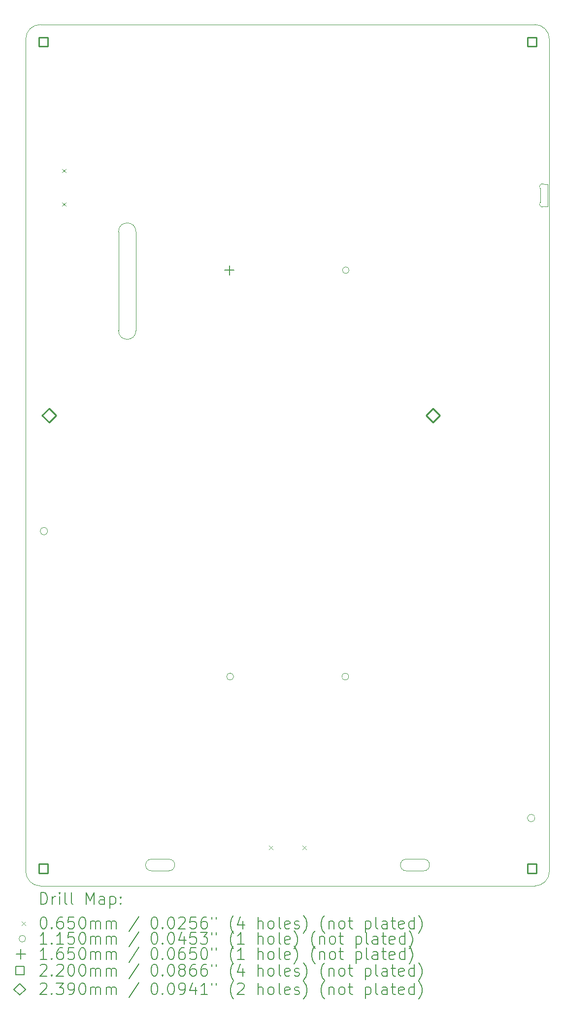
<source format=gbr>
%TF.GenerationSoftware,KiCad,Pcbnew,9.0.2*%
%TF.CreationDate,2025-06-06T17:44:21+02:00*%
%TF.ProjectId,badgeCarrierCard,62616467-6543-4617-9272-696572436172,V2.5*%
%TF.SameCoordinates,Original*%
%TF.FileFunction,Drillmap*%
%TF.FilePolarity,Positive*%
%FSLAX45Y45*%
G04 Gerber Fmt 4.5, Leading zero omitted, Abs format (unit mm)*
G04 Created by KiCad (PCBNEW 9.0.2) date 2025-06-06 17:44:21*
%MOMM*%
%LPD*%
G01*
G04 APERTURE LIST*
%ADD10C,0.050000*%
%ADD11C,0.100000*%
%ADD12C,0.010000*%
%ADD13C,0.200000*%
%ADD14C,0.115000*%
%ADD15C,0.165000*%
%ADD16C,0.220000*%
%ADD17C,0.239000*%
G04 APERTURE END LIST*
D10*
X11750000Y-2700000D02*
X3250000Y-2700000D01*
X3250000Y-17500000D02*
G75*
G02*
X3000000Y-17250000I0J250000D01*
G01*
X5460000Y-17040000D02*
G75*
G02*
X5460000Y-17240000I0J-100000D01*
G01*
X3000000Y-2950000D02*
G75*
G02*
X3250000Y-2700000I250000J0D01*
G01*
X9540000Y-17240000D02*
G75*
G02*
X9540000Y-17040000I0J100000D01*
G01*
X12000000Y-17250000D02*
X12000000Y-2950000D01*
X5160000Y-17040000D02*
X5460000Y-17040000D01*
X12000000Y-17250000D02*
G75*
G02*
X11750000Y-17500000I-250000J0D01*
G01*
X9540000Y-17040000D02*
X9840000Y-17040000D01*
X5160000Y-17240000D02*
G75*
G02*
X5160000Y-17040000I0J100000D01*
G01*
X9540000Y-17240000D02*
X9840000Y-17240000D01*
X11750000Y-2700000D02*
G75*
G02*
X12000000Y-2950000I0J-250000D01*
G01*
X5160000Y-17240000D02*
X5460000Y-17240000D01*
X3250000Y-17500000D02*
X11750000Y-17500000D01*
X3000000Y-2950000D02*
X3000000Y-17250000D01*
X9840000Y-17040000D02*
G75*
G02*
X9840000Y-17240000I0J-100000D01*
G01*
X4593500Y-6258500D02*
X4593500Y-7958500D01*
X4893500Y-7958500D02*
X4893500Y-6258500D01*
X4593500Y-6258500D02*
G75*
G02*
X4893500Y-6258500I150000J0D01*
G01*
X4893500Y-7958500D02*
G75*
G02*
X4593500Y-7958500I-150000J0D01*
G01*
D11*
X3377500Y-11403728D02*
G75*
G02*
X3247500Y-11403728I-65000J0D01*
G01*
X3247500Y-11403728D02*
G75*
G02*
X3377500Y-11403728I65000J0D01*
G01*
X6572500Y-13902728D02*
G75*
G02*
X6452500Y-13902728I-60000J0D01*
G01*
X6452500Y-13902728D02*
G75*
G02*
X6572500Y-13902728I60000J0D01*
G01*
X8552500Y-13902728D02*
G75*
G02*
X8432500Y-13902728I-60000J0D01*
G01*
X8432500Y-13902728D02*
G75*
G02*
X8552500Y-13902728I60000J0D01*
G01*
X11752500Y-16333728D02*
G75*
G02*
X11622500Y-16333728I-65000J0D01*
G01*
X11622500Y-16333728D02*
G75*
G02*
X11752500Y-16333728I65000J0D01*
G01*
D12*
X11841000Y-5515000D02*
X11841000Y-5755000D01*
X11911000Y-5825000D02*
X11976000Y-5825000D01*
X11976000Y-5445000D02*
X11911000Y-5445000D01*
X11976000Y-5825000D02*
X11976000Y-5445000D01*
X11841000Y-5515000D02*
G75*
G02*
X11911000Y-5445000I40012J29988D01*
G01*
X11911000Y-5825000D02*
G75*
G02*
X11841000Y-5755000I-29988J40012D01*
G01*
D13*
D11*
X3627500Y-5178500D02*
X3692500Y-5243500D01*
X3692500Y-5178500D02*
X3627500Y-5243500D01*
X3627500Y-5756500D02*
X3692500Y-5821500D01*
X3692500Y-5756500D02*
X3627500Y-5821500D01*
X7178500Y-16807500D02*
X7243500Y-16872500D01*
X7243500Y-16807500D02*
X7178500Y-16872500D01*
X7756500Y-16807500D02*
X7821500Y-16872500D01*
X7821500Y-16807500D02*
X7756500Y-16872500D01*
D14*
X8557500Y-6920800D02*
G75*
G02*
X8442500Y-6920800I-57500J0D01*
G01*
X8442500Y-6920800D02*
G75*
G02*
X8557500Y-6920800I57500J0D01*
G01*
D15*
X6500000Y-6838300D02*
X6500000Y-7003300D01*
X6417500Y-6920800D02*
X6582500Y-6920800D01*
D16*
X3377782Y-3077782D02*
X3377782Y-2922217D01*
X3222217Y-2922217D01*
X3222217Y-3077782D01*
X3377782Y-3077782D01*
X3377782Y-17277783D02*
X3377782Y-17122218D01*
X3222217Y-17122218D01*
X3222217Y-17277783D01*
X3377782Y-17277783D01*
X11777782Y-3077782D02*
X11777782Y-2922217D01*
X11622217Y-2922217D01*
X11622217Y-3077782D01*
X11777782Y-3077782D01*
X11777782Y-17277783D02*
X11777782Y-17122218D01*
X11622217Y-17122218D01*
X11622217Y-17277783D01*
X11777782Y-17277783D01*
D17*
X3400000Y-9537500D02*
X3519500Y-9418000D01*
X3400000Y-9298500D01*
X3280500Y-9418000D01*
X3400000Y-9537500D01*
X10000000Y-9537500D02*
X10119500Y-9418000D01*
X10000000Y-9298500D01*
X9880500Y-9418000D01*
X10000000Y-9537500D01*
D13*
X3258277Y-17813984D02*
X3258277Y-17613984D01*
X3258277Y-17613984D02*
X3305896Y-17613984D01*
X3305896Y-17613984D02*
X3334467Y-17623508D01*
X3334467Y-17623508D02*
X3353515Y-17642555D01*
X3353515Y-17642555D02*
X3363039Y-17661603D01*
X3363039Y-17661603D02*
X3372562Y-17699698D01*
X3372562Y-17699698D02*
X3372562Y-17728270D01*
X3372562Y-17728270D02*
X3363039Y-17766365D01*
X3363039Y-17766365D02*
X3353515Y-17785412D01*
X3353515Y-17785412D02*
X3334467Y-17804460D01*
X3334467Y-17804460D02*
X3305896Y-17813984D01*
X3305896Y-17813984D02*
X3258277Y-17813984D01*
X3458277Y-17813984D02*
X3458277Y-17680650D01*
X3458277Y-17718746D02*
X3467801Y-17699698D01*
X3467801Y-17699698D02*
X3477324Y-17690174D01*
X3477324Y-17690174D02*
X3496372Y-17680650D01*
X3496372Y-17680650D02*
X3515420Y-17680650D01*
X3582086Y-17813984D02*
X3582086Y-17680650D01*
X3582086Y-17613984D02*
X3572562Y-17623508D01*
X3572562Y-17623508D02*
X3582086Y-17633031D01*
X3582086Y-17633031D02*
X3591610Y-17623508D01*
X3591610Y-17623508D02*
X3582086Y-17613984D01*
X3582086Y-17613984D02*
X3582086Y-17633031D01*
X3705896Y-17813984D02*
X3686848Y-17804460D01*
X3686848Y-17804460D02*
X3677324Y-17785412D01*
X3677324Y-17785412D02*
X3677324Y-17613984D01*
X3810658Y-17813984D02*
X3791610Y-17804460D01*
X3791610Y-17804460D02*
X3782086Y-17785412D01*
X3782086Y-17785412D02*
X3782086Y-17613984D01*
X4039229Y-17813984D02*
X4039229Y-17613984D01*
X4039229Y-17613984D02*
X4105896Y-17756841D01*
X4105896Y-17756841D02*
X4172562Y-17613984D01*
X4172562Y-17613984D02*
X4172562Y-17813984D01*
X4353515Y-17813984D02*
X4353515Y-17709222D01*
X4353515Y-17709222D02*
X4343991Y-17690174D01*
X4343991Y-17690174D02*
X4324944Y-17680650D01*
X4324944Y-17680650D02*
X4286848Y-17680650D01*
X4286848Y-17680650D02*
X4267801Y-17690174D01*
X4353515Y-17804460D02*
X4334467Y-17813984D01*
X4334467Y-17813984D02*
X4286848Y-17813984D01*
X4286848Y-17813984D02*
X4267801Y-17804460D01*
X4267801Y-17804460D02*
X4258277Y-17785412D01*
X4258277Y-17785412D02*
X4258277Y-17766365D01*
X4258277Y-17766365D02*
X4267801Y-17747317D01*
X4267801Y-17747317D02*
X4286848Y-17737793D01*
X4286848Y-17737793D02*
X4334467Y-17737793D01*
X4334467Y-17737793D02*
X4353515Y-17728270D01*
X4448753Y-17680650D02*
X4448753Y-17880650D01*
X4448753Y-17690174D02*
X4467801Y-17680650D01*
X4467801Y-17680650D02*
X4505896Y-17680650D01*
X4505896Y-17680650D02*
X4524944Y-17690174D01*
X4524944Y-17690174D02*
X4534467Y-17699698D01*
X4534467Y-17699698D02*
X4543991Y-17718746D01*
X4543991Y-17718746D02*
X4543991Y-17775889D01*
X4543991Y-17775889D02*
X4534467Y-17794936D01*
X4534467Y-17794936D02*
X4524944Y-17804460D01*
X4524944Y-17804460D02*
X4505896Y-17813984D01*
X4505896Y-17813984D02*
X4467801Y-17813984D01*
X4467801Y-17813984D02*
X4448753Y-17804460D01*
X4629705Y-17794936D02*
X4639229Y-17804460D01*
X4639229Y-17804460D02*
X4629705Y-17813984D01*
X4629705Y-17813984D02*
X4620182Y-17804460D01*
X4620182Y-17804460D02*
X4629705Y-17794936D01*
X4629705Y-17794936D02*
X4629705Y-17813984D01*
X4629705Y-17690174D02*
X4639229Y-17699698D01*
X4639229Y-17699698D02*
X4629705Y-17709222D01*
X4629705Y-17709222D02*
X4620182Y-17699698D01*
X4620182Y-17699698D02*
X4629705Y-17690174D01*
X4629705Y-17690174D02*
X4629705Y-17709222D01*
D11*
X2932500Y-18110000D02*
X2997500Y-18175000D01*
X2997500Y-18110000D02*
X2932500Y-18175000D01*
D13*
X3296372Y-18033984D02*
X3315420Y-18033984D01*
X3315420Y-18033984D02*
X3334467Y-18043508D01*
X3334467Y-18043508D02*
X3343991Y-18053031D01*
X3343991Y-18053031D02*
X3353515Y-18072079D01*
X3353515Y-18072079D02*
X3363039Y-18110174D01*
X3363039Y-18110174D02*
X3363039Y-18157793D01*
X3363039Y-18157793D02*
X3353515Y-18195889D01*
X3353515Y-18195889D02*
X3343991Y-18214936D01*
X3343991Y-18214936D02*
X3334467Y-18224460D01*
X3334467Y-18224460D02*
X3315420Y-18233984D01*
X3315420Y-18233984D02*
X3296372Y-18233984D01*
X3296372Y-18233984D02*
X3277324Y-18224460D01*
X3277324Y-18224460D02*
X3267801Y-18214936D01*
X3267801Y-18214936D02*
X3258277Y-18195889D01*
X3258277Y-18195889D02*
X3248753Y-18157793D01*
X3248753Y-18157793D02*
X3248753Y-18110174D01*
X3248753Y-18110174D02*
X3258277Y-18072079D01*
X3258277Y-18072079D02*
X3267801Y-18053031D01*
X3267801Y-18053031D02*
X3277324Y-18043508D01*
X3277324Y-18043508D02*
X3296372Y-18033984D01*
X3448753Y-18214936D02*
X3458277Y-18224460D01*
X3458277Y-18224460D02*
X3448753Y-18233984D01*
X3448753Y-18233984D02*
X3439229Y-18224460D01*
X3439229Y-18224460D02*
X3448753Y-18214936D01*
X3448753Y-18214936D02*
X3448753Y-18233984D01*
X3629705Y-18033984D02*
X3591610Y-18033984D01*
X3591610Y-18033984D02*
X3572562Y-18043508D01*
X3572562Y-18043508D02*
X3563039Y-18053031D01*
X3563039Y-18053031D02*
X3543991Y-18081603D01*
X3543991Y-18081603D02*
X3534467Y-18119698D01*
X3534467Y-18119698D02*
X3534467Y-18195889D01*
X3534467Y-18195889D02*
X3543991Y-18214936D01*
X3543991Y-18214936D02*
X3553515Y-18224460D01*
X3553515Y-18224460D02*
X3572562Y-18233984D01*
X3572562Y-18233984D02*
X3610658Y-18233984D01*
X3610658Y-18233984D02*
X3629705Y-18224460D01*
X3629705Y-18224460D02*
X3639229Y-18214936D01*
X3639229Y-18214936D02*
X3648753Y-18195889D01*
X3648753Y-18195889D02*
X3648753Y-18148270D01*
X3648753Y-18148270D02*
X3639229Y-18129222D01*
X3639229Y-18129222D02*
X3629705Y-18119698D01*
X3629705Y-18119698D02*
X3610658Y-18110174D01*
X3610658Y-18110174D02*
X3572562Y-18110174D01*
X3572562Y-18110174D02*
X3553515Y-18119698D01*
X3553515Y-18119698D02*
X3543991Y-18129222D01*
X3543991Y-18129222D02*
X3534467Y-18148270D01*
X3829705Y-18033984D02*
X3734467Y-18033984D01*
X3734467Y-18033984D02*
X3724943Y-18129222D01*
X3724943Y-18129222D02*
X3734467Y-18119698D01*
X3734467Y-18119698D02*
X3753515Y-18110174D01*
X3753515Y-18110174D02*
X3801134Y-18110174D01*
X3801134Y-18110174D02*
X3820182Y-18119698D01*
X3820182Y-18119698D02*
X3829705Y-18129222D01*
X3829705Y-18129222D02*
X3839229Y-18148270D01*
X3839229Y-18148270D02*
X3839229Y-18195889D01*
X3839229Y-18195889D02*
X3829705Y-18214936D01*
X3829705Y-18214936D02*
X3820182Y-18224460D01*
X3820182Y-18224460D02*
X3801134Y-18233984D01*
X3801134Y-18233984D02*
X3753515Y-18233984D01*
X3753515Y-18233984D02*
X3734467Y-18224460D01*
X3734467Y-18224460D02*
X3724943Y-18214936D01*
X3963039Y-18033984D02*
X3982086Y-18033984D01*
X3982086Y-18033984D02*
X4001134Y-18043508D01*
X4001134Y-18043508D02*
X4010658Y-18053031D01*
X4010658Y-18053031D02*
X4020182Y-18072079D01*
X4020182Y-18072079D02*
X4029705Y-18110174D01*
X4029705Y-18110174D02*
X4029705Y-18157793D01*
X4029705Y-18157793D02*
X4020182Y-18195889D01*
X4020182Y-18195889D02*
X4010658Y-18214936D01*
X4010658Y-18214936D02*
X4001134Y-18224460D01*
X4001134Y-18224460D02*
X3982086Y-18233984D01*
X3982086Y-18233984D02*
X3963039Y-18233984D01*
X3963039Y-18233984D02*
X3943991Y-18224460D01*
X3943991Y-18224460D02*
X3934467Y-18214936D01*
X3934467Y-18214936D02*
X3924943Y-18195889D01*
X3924943Y-18195889D02*
X3915420Y-18157793D01*
X3915420Y-18157793D02*
X3915420Y-18110174D01*
X3915420Y-18110174D02*
X3924943Y-18072079D01*
X3924943Y-18072079D02*
X3934467Y-18053031D01*
X3934467Y-18053031D02*
X3943991Y-18043508D01*
X3943991Y-18043508D02*
X3963039Y-18033984D01*
X4115420Y-18233984D02*
X4115420Y-18100650D01*
X4115420Y-18119698D02*
X4124943Y-18110174D01*
X4124943Y-18110174D02*
X4143991Y-18100650D01*
X4143991Y-18100650D02*
X4172563Y-18100650D01*
X4172563Y-18100650D02*
X4191610Y-18110174D01*
X4191610Y-18110174D02*
X4201134Y-18129222D01*
X4201134Y-18129222D02*
X4201134Y-18233984D01*
X4201134Y-18129222D02*
X4210658Y-18110174D01*
X4210658Y-18110174D02*
X4229705Y-18100650D01*
X4229705Y-18100650D02*
X4258277Y-18100650D01*
X4258277Y-18100650D02*
X4277325Y-18110174D01*
X4277325Y-18110174D02*
X4286848Y-18129222D01*
X4286848Y-18129222D02*
X4286848Y-18233984D01*
X4382086Y-18233984D02*
X4382086Y-18100650D01*
X4382086Y-18119698D02*
X4391610Y-18110174D01*
X4391610Y-18110174D02*
X4410658Y-18100650D01*
X4410658Y-18100650D02*
X4439229Y-18100650D01*
X4439229Y-18100650D02*
X4458277Y-18110174D01*
X4458277Y-18110174D02*
X4467801Y-18129222D01*
X4467801Y-18129222D02*
X4467801Y-18233984D01*
X4467801Y-18129222D02*
X4477325Y-18110174D01*
X4477325Y-18110174D02*
X4496372Y-18100650D01*
X4496372Y-18100650D02*
X4524944Y-18100650D01*
X4524944Y-18100650D02*
X4543991Y-18110174D01*
X4543991Y-18110174D02*
X4553515Y-18129222D01*
X4553515Y-18129222D02*
X4553515Y-18233984D01*
X4943991Y-18024460D02*
X4772563Y-18281603D01*
X5201134Y-18033984D02*
X5220182Y-18033984D01*
X5220182Y-18033984D02*
X5239229Y-18043508D01*
X5239229Y-18043508D02*
X5248753Y-18053031D01*
X5248753Y-18053031D02*
X5258277Y-18072079D01*
X5258277Y-18072079D02*
X5267801Y-18110174D01*
X5267801Y-18110174D02*
X5267801Y-18157793D01*
X5267801Y-18157793D02*
X5258277Y-18195889D01*
X5258277Y-18195889D02*
X5248753Y-18214936D01*
X5248753Y-18214936D02*
X5239229Y-18224460D01*
X5239229Y-18224460D02*
X5220182Y-18233984D01*
X5220182Y-18233984D02*
X5201134Y-18233984D01*
X5201134Y-18233984D02*
X5182087Y-18224460D01*
X5182087Y-18224460D02*
X5172563Y-18214936D01*
X5172563Y-18214936D02*
X5163039Y-18195889D01*
X5163039Y-18195889D02*
X5153515Y-18157793D01*
X5153515Y-18157793D02*
X5153515Y-18110174D01*
X5153515Y-18110174D02*
X5163039Y-18072079D01*
X5163039Y-18072079D02*
X5172563Y-18053031D01*
X5172563Y-18053031D02*
X5182087Y-18043508D01*
X5182087Y-18043508D02*
X5201134Y-18033984D01*
X5353515Y-18214936D02*
X5363039Y-18224460D01*
X5363039Y-18224460D02*
X5353515Y-18233984D01*
X5353515Y-18233984D02*
X5343991Y-18224460D01*
X5343991Y-18224460D02*
X5353515Y-18214936D01*
X5353515Y-18214936D02*
X5353515Y-18233984D01*
X5486848Y-18033984D02*
X5505896Y-18033984D01*
X5505896Y-18033984D02*
X5524944Y-18043508D01*
X5524944Y-18043508D02*
X5534468Y-18053031D01*
X5534468Y-18053031D02*
X5543991Y-18072079D01*
X5543991Y-18072079D02*
X5553515Y-18110174D01*
X5553515Y-18110174D02*
X5553515Y-18157793D01*
X5553515Y-18157793D02*
X5543991Y-18195889D01*
X5543991Y-18195889D02*
X5534468Y-18214936D01*
X5534468Y-18214936D02*
X5524944Y-18224460D01*
X5524944Y-18224460D02*
X5505896Y-18233984D01*
X5505896Y-18233984D02*
X5486848Y-18233984D01*
X5486848Y-18233984D02*
X5467801Y-18224460D01*
X5467801Y-18224460D02*
X5458277Y-18214936D01*
X5458277Y-18214936D02*
X5448753Y-18195889D01*
X5448753Y-18195889D02*
X5439229Y-18157793D01*
X5439229Y-18157793D02*
X5439229Y-18110174D01*
X5439229Y-18110174D02*
X5448753Y-18072079D01*
X5448753Y-18072079D02*
X5458277Y-18053031D01*
X5458277Y-18053031D02*
X5467801Y-18043508D01*
X5467801Y-18043508D02*
X5486848Y-18033984D01*
X5629706Y-18053031D02*
X5639229Y-18043508D01*
X5639229Y-18043508D02*
X5658277Y-18033984D01*
X5658277Y-18033984D02*
X5705896Y-18033984D01*
X5705896Y-18033984D02*
X5724944Y-18043508D01*
X5724944Y-18043508D02*
X5734467Y-18053031D01*
X5734467Y-18053031D02*
X5743991Y-18072079D01*
X5743991Y-18072079D02*
X5743991Y-18091127D01*
X5743991Y-18091127D02*
X5734467Y-18119698D01*
X5734467Y-18119698D02*
X5620182Y-18233984D01*
X5620182Y-18233984D02*
X5743991Y-18233984D01*
X5924944Y-18033984D02*
X5829706Y-18033984D01*
X5829706Y-18033984D02*
X5820182Y-18129222D01*
X5820182Y-18129222D02*
X5829706Y-18119698D01*
X5829706Y-18119698D02*
X5848753Y-18110174D01*
X5848753Y-18110174D02*
X5896372Y-18110174D01*
X5896372Y-18110174D02*
X5915420Y-18119698D01*
X5915420Y-18119698D02*
X5924944Y-18129222D01*
X5924944Y-18129222D02*
X5934467Y-18148270D01*
X5934467Y-18148270D02*
X5934467Y-18195889D01*
X5934467Y-18195889D02*
X5924944Y-18214936D01*
X5924944Y-18214936D02*
X5915420Y-18224460D01*
X5915420Y-18224460D02*
X5896372Y-18233984D01*
X5896372Y-18233984D02*
X5848753Y-18233984D01*
X5848753Y-18233984D02*
X5829706Y-18224460D01*
X5829706Y-18224460D02*
X5820182Y-18214936D01*
X6105896Y-18033984D02*
X6067801Y-18033984D01*
X6067801Y-18033984D02*
X6048753Y-18043508D01*
X6048753Y-18043508D02*
X6039229Y-18053031D01*
X6039229Y-18053031D02*
X6020182Y-18081603D01*
X6020182Y-18081603D02*
X6010658Y-18119698D01*
X6010658Y-18119698D02*
X6010658Y-18195889D01*
X6010658Y-18195889D02*
X6020182Y-18214936D01*
X6020182Y-18214936D02*
X6029706Y-18224460D01*
X6029706Y-18224460D02*
X6048753Y-18233984D01*
X6048753Y-18233984D02*
X6086848Y-18233984D01*
X6086848Y-18233984D02*
X6105896Y-18224460D01*
X6105896Y-18224460D02*
X6115420Y-18214936D01*
X6115420Y-18214936D02*
X6124944Y-18195889D01*
X6124944Y-18195889D02*
X6124944Y-18148270D01*
X6124944Y-18148270D02*
X6115420Y-18129222D01*
X6115420Y-18129222D02*
X6105896Y-18119698D01*
X6105896Y-18119698D02*
X6086848Y-18110174D01*
X6086848Y-18110174D02*
X6048753Y-18110174D01*
X6048753Y-18110174D02*
X6029706Y-18119698D01*
X6029706Y-18119698D02*
X6020182Y-18129222D01*
X6020182Y-18129222D02*
X6010658Y-18148270D01*
X6201134Y-18033984D02*
X6201134Y-18072079D01*
X6277325Y-18033984D02*
X6277325Y-18072079D01*
X6572563Y-18310174D02*
X6563039Y-18300650D01*
X6563039Y-18300650D02*
X6543991Y-18272079D01*
X6543991Y-18272079D02*
X6534468Y-18253031D01*
X6534468Y-18253031D02*
X6524944Y-18224460D01*
X6524944Y-18224460D02*
X6515420Y-18176841D01*
X6515420Y-18176841D02*
X6515420Y-18138746D01*
X6515420Y-18138746D02*
X6524944Y-18091127D01*
X6524944Y-18091127D02*
X6534468Y-18062555D01*
X6534468Y-18062555D02*
X6543991Y-18043508D01*
X6543991Y-18043508D02*
X6563039Y-18014936D01*
X6563039Y-18014936D02*
X6572563Y-18005412D01*
X6734468Y-18100650D02*
X6734468Y-18233984D01*
X6686848Y-18024460D02*
X6639229Y-18167317D01*
X6639229Y-18167317D02*
X6763039Y-18167317D01*
X6991610Y-18233984D02*
X6991610Y-18033984D01*
X7077325Y-18233984D02*
X7077325Y-18129222D01*
X7077325Y-18129222D02*
X7067801Y-18110174D01*
X7067801Y-18110174D02*
X7048753Y-18100650D01*
X7048753Y-18100650D02*
X7020182Y-18100650D01*
X7020182Y-18100650D02*
X7001134Y-18110174D01*
X7001134Y-18110174D02*
X6991610Y-18119698D01*
X7201134Y-18233984D02*
X7182087Y-18224460D01*
X7182087Y-18224460D02*
X7172563Y-18214936D01*
X7172563Y-18214936D02*
X7163039Y-18195889D01*
X7163039Y-18195889D02*
X7163039Y-18138746D01*
X7163039Y-18138746D02*
X7172563Y-18119698D01*
X7172563Y-18119698D02*
X7182087Y-18110174D01*
X7182087Y-18110174D02*
X7201134Y-18100650D01*
X7201134Y-18100650D02*
X7229706Y-18100650D01*
X7229706Y-18100650D02*
X7248753Y-18110174D01*
X7248753Y-18110174D02*
X7258277Y-18119698D01*
X7258277Y-18119698D02*
X7267801Y-18138746D01*
X7267801Y-18138746D02*
X7267801Y-18195889D01*
X7267801Y-18195889D02*
X7258277Y-18214936D01*
X7258277Y-18214936D02*
X7248753Y-18224460D01*
X7248753Y-18224460D02*
X7229706Y-18233984D01*
X7229706Y-18233984D02*
X7201134Y-18233984D01*
X7382087Y-18233984D02*
X7363039Y-18224460D01*
X7363039Y-18224460D02*
X7353515Y-18205412D01*
X7353515Y-18205412D02*
X7353515Y-18033984D01*
X7534468Y-18224460D02*
X7515420Y-18233984D01*
X7515420Y-18233984D02*
X7477325Y-18233984D01*
X7477325Y-18233984D02*
X7458277Y-18224460D01*
X7458277Y-18224460D02*
X7448753Y-18205412D01*
X7448753Y-18205412D02*
X7448753Y-18129222D01*
X7448753Y-18129222D02*
X7458277Y-18110174D01*
X7458277Y-18110174D02*
X7477325Y-18100650D01*
X7477325Y-18100650D02*
X7515420Y-18100650D01*
X7515420Y-18100650D02*
X7534468Y-18110174D01*
X7534468Y-18110174D02*
X7543991Y-18129222D01*
X7543991Y-18129222D02*
X7543991Y-18148270D01*
X7543991Y-18148270D02*
X7448753Y-18167317D01*
X7620182Y-18224460D02*
X7639230Y-18233984D01*
X7639230Y-18233984D02*
X7677325Y-18233984D01*
X7677325Y-18233984D02*
X7696372Y-18224460D01*
X7696372Y-18224460D02*
X7705896Y-18205412D01*
X7705896Y-18205412D02*
X7705896Y-18195889D01*
X7705896Y-18195889D02*
X7696372Y-18176841D01*
X7696372Y-18176841D02*
X7677325Y-18167317D01*
X7677325Y-18167317D02*
X7648753Y-18167317D01*
X7648753Y-18167317D02*
X7629706Y-18157793D01*
X7629706Y-18157793D02*
X7620182Y-18138746D01*
X7620182Y-18138746D02*
X7620182Y-18129222D01*
X7620182Y-18129222D02*
X7629706Y-18110174D01*
X7629706Y-18110174D02*
X7648753Y-18100650D01*
X7648753Y-18100650D02*
X7677325Y-18100650D01*
X7677325Y-18100650D02*
X7696372Y-18110174D01*
X7772563Y-18310174D02*
X7782087Y-18300650D01*
X7782087Y-18300650D02*
X7801134Y-18272079D01*
X7801134Y-18272079D02*
X7810658Y-18253031D01*
X7810658Y-18253031D02*
X7820182Y-18224460D01*
X7820182Y-18224460D02*
X7829706Y-18176841D01*
X7829706Y-18176841D02*
X7829706Y-18138746D01*
X7829706Y-18138746D02*
X7820182Y-18091127D01*
X7820182Y-18091127D02*
X7810658Y-18062555D01*
X7810658Y-18062555D02*
X7801134Y-18043508D01*
X7801134Y-18043508D02*
X7782087Y-18014936D01*
X7782087Y-18014936D02*
X7772563Y-18005412D01*
X8134468Y-18310174D02*
X8124944Y-18300650D01*
X8124944Y-18300650D02*
X8105896Y-18272079D01*
X8105896Y-18272079D02*
X8096372Y-18253031D01*
X8096372Y-18253031D02*
X8086849Y-18224460D01*
X8086849Y-18224460D02*
X8077325Y-18176841D01*
X8077325Y-18176841D02*
X8077325Y-18138746D01*
X8077325Y-18138746D02*
X8086849Y-18091127D01*
X8086849Y-18091127D02*
X8096372Y-18062555D01*
X8096372Y-18062555D02*
X8105896Y-18043508D01*
X8105896Y-18043508D02*
X8124944Y-18014936D01*
X8124944Y-18014936D02*
X8134468Y-18005412D01*
X8210658Y-18100650D02*
X8210658Y-18233984D01*
X8210658Y-18119698D02*
X8220182Y-18110174D01*
X8220182Y-18110174D02*
X8239230Y-18100650D01*
X8239230Y-18100650D02*
X8267801Y-18100650D01*
X8267801Y-18100650D02*
X8286849Y-18110174D01*
X8286849Y-18110174D02*
X8296372Y-18129222D01*
X8296372Y-18129222D02*
X8296372Y-18233984D01*
X8420182Y-18233984D02*
X8401134Y-18224460D01*
X8401134Y-18224460D02*
X8391611Y-18214936D01*
X8391611Y-18214936D02*
X8382087Y-18195889D01*
X8382087Y-18195889D02*
X8382087Y-18138746D01*
X8382087Y-18138746D02*
X8391611Y-18119698D01*
X8391611Y-18119698D02*
X8401134Y-18110174D01*
X8401134Y-18110174D02*
X8420182Y-18100650D01*
X8420182Y-18100650D02*
X8448754Y-18100650D01*
X8448754Y-18100650D02*
X8467801Y-18110174D01*
X8467801Y-18110174D02*
X8477325Y-18119698D01*
X8477325Y-18119698D02*
X8486849Y-18138746D01*
X8486849Y-18138746D02*
X8486849Y-18195889D01*
X8486849Y-18195889D02*
X8477325Y-18214936D01*
X8477325Y-18214936D02*
X8467801Y-18224460D01*
X8467801Y-18224460D02*
X8448754Y-18233984D01*
X8448754Y-18233984D02*
X8420182Y-18233984D01*
X8543992Y-18100650D02*
X8620182Y-18100650D01*
X8572563Y-18033984D02*
X8572563Y-18205412D01*
X8572563Y-18205412D02*
X8582087Y-18224460D01*
X8582087Y-18224460D02*
X8601134Y-18233984D01*
X8601134Y-18233984D02*
X8620182Y-18233984D01*
X8839230Y-18100650D02*
X8839230Y-18300650D01*
X8839230Y-18110174D02*
X8858277Y-18100650D01*
X8858277Y-18100650D02*
X8896373Y-18100650D01*
X8896373Y-18100650D02*
X8915420Y-18110174D01*
X8915420Y-18110174D02*
X8924944Y-18119698D01*
X8924944Y-18119698D02*
X8934468Y-18138746D01*
X8934468Y-18138746D02*
X8934468Y-18195889D01*
X8934468Y-18195889D02*
X8924944Y-18214936D01*
X8924944Y-18214936D02*
X8915420Y-18224460D01*
X8915420Y-18224460D02*
X8896373Y-18233984D01*
X8896373Y-18233984D02*
X8858277Y-18233984D01*
X8858277Y-18233984D02*
X8839230Y-18224460D01*
X9048754Y-18233984D02*
X9029706Y-18224460D01*
X9029706Y-18224460D02*
X9020182Y-18205412D01*
X9020182Y-18205412D02*
X9020182Y-18033984D01*
X9210658Y-18233984D02*
X9210658Y-18129222D01*
X9210658Y-18129222D02*
X9201135Y-18110174D01*
X9201135Y-18110174D02*
X9182087Y-18100650D01*
X9182087Y-18100650D02*
X9143992Y-18100650D01*
X9143992Y-18100650D02*
X9124944Y-18110174D01*
X9210658Y-18224460D02*
X9191611Y-18233984D01*
X9191611Y-18233984D02*
X9143992Y-18233984D01*
X9143992Y-18233984D02*
X9124944Y-18224460D01*
X9124944Y-18224460D02*
X9115420Y-18205412D01*
X9115420Y-18205412D02*
X9115420Y-18186365D01*
X9115420Y-18186365D02*
X9124944Y-18167317D01*
X9124944Y-18167317D02*
X9143992Y-18157793D01*
X9143992Y-18157793D02*
X9191611Y-18157793D01*
X9191611Y-18157793D02*
X9210658Y-18148270D01*
X9277325Y-18100650D02*
X9353515Y-18100650D01*
X9305896Y-18033984D02*
X9305896Y-18205412D01*
X9305896Y-18205412D02*
X9315420Y-18224460D01*
X9315420Y-18224460D02*
X9334468Y-18233984D01*
X9334468Y-18233984D02*
X9353515Y-18233984D01*
X9496373Y-18224460D02*
X9477325Y-18233984D01*
X9477325Y-18233984D02*
X9439230Y-18233984D01*
X9439230Y-18233984D02*
X9420182Y-18224460D01*
X9420182Y-18224460D02*
X9410658Y-18205412D01*
X9410658Y-18205412D02*
X9410658Y-18129222D01*
X9410658Y-18129222D02*
X9420182Y-18110174D01*
X9420182Y-18110174D02*
X9439230Y-18100650D01*
X9439230Y-18100650D02*
X9477325Y-18100650D01*
X9477325Y-18100650D02*
X9496373Y-18110174D01*
X9496373Y-18110174D02*
X9505896Y-18129222D01*
X9505896Y-18129222D02*
X9505896Y-18148270D01*
X9505896Y-18148270D02*
X9410658Y-18167317D01*
X9677325Y-18233984D02*
X9677325Y-18033984D01*
X9677325Y-18224460D02*
X9658277Y-18233984D01*
X9658277Y-18233984D02*
X9620182Y-18233984D01*
X9620182Y-18233984D02*
X9601135Y-18224460D01*
X9601135Y-18224460D02*
X9591611Y-18214936D01*
X9591611Y-18214936D02*
X9582087Y-18195889D01*
X9582087Y-18195889D02*
X9582087Y-18138746D01*
X9582087Y-18138746D02*
X9591611Y-18119698D01*
X9591611Y-18119698D02*
X9601135Y-18110174D01*
X9601135Y-18110174D02*
X9620182Y-18100650D01*
X9620182Y-18100650D02*
X9658277Y-18100650D01*
X9658277Y-18100650D02*
X9677325Y-18110174D01*
X9753516Y-18310174D02*
X9763039Y-18300650D01*
X9763039Y-18300650D02*
X9782087Y-18272079D01*
X9782087Y-18272079D02*
X9791611Y-18253031D01*
X9791611Y-18253031D02*
X9801135Y-18224460D01*
X9801135Y-18224460D02*
X9810658Y-18176841D01*
X9810658Y-18176841D02*
X9810658Y-18138746D01*
X9810658Y-18138746D02*
X9801135Y-18091127D01*
X9801135Y-18091127D02*
X9791611Y-18062555D01*
X9791611Y-18062555D02*
X9782087Y-18043508D01*
X9782087Y-18043508D02*
X9763039Y-18014936D01*
X9763039Y-18014936D02*
X9753516Y-18005412D01*
D14*
X2997500Y-18406500D02*
G75*
G02*
X2882500Y-18406500I-57500J0D01*
G01*
X2882500Y-18406500D02*
G75*
G02*
X2997500Y-18406500I57500J0D01*
G01*
D13*
X3363039Y-18497984D02*
X3248753Y-18497984D01*
X3305896Y-18497984D02*
X3305896Y-18297984D01*
X3305896Y-18297984D02*
X3286848Y-18326555D01*
X3286848Y-18326555D02*
X3267801Y-18345603D01*
X3267801Y-18345603D02*
X3248753Y-18355127D01*
X3448753Y-18478936D02*
X3458277Y-18488460D01*
X3458277Y-18488460D02*
X3448753Y-18497984D01*
X3448753Y-18497984D02*
X3439229Y-18488460D01*
X3439229Y-18488460D02*
X3448753Y-18478936D01*
X3448753Y-18478936D02*
X3448753Y-18497984D01*
X3648753Y-18497984D02*
X3534467Y-18497984D01*
X3591610Y-18497984D02*
X3591610Y-18297984D01*
X3591610Y-18297984D02*
X3572562Y-18326555D01*
X3572562Y-18326555D02*
X3553515Y-18345603D01*
X3553515Y-18345603D02*
X3534467Y-18355127D01*
X3829705Y-18297984D02*
X3734467Y-18297984D01*
X3734467Y-18297984D02*
X3724943Y-18393222D01*
X3724943Y-18393222D02*
X3734467Y-18383698D01*
X3734467Y-18383698D02*
X3753515Y-18374174D01*
X3753515Y-18374174D02*
X3801134Y-18374174D01*
X3801134Y-18374174D02*
X3820182Y-18383698D01*
X3820182Y-18383698D02*
X3829705Y-18393222D01*
X3829705Y-18393222D02*
X3839229Y-18412270D01*
X3839229Y-18412270D02*
X3839229Y-18459889D01*
X3839229Y-18459889D02*
X3829705Y-18478936D01*
X3829705Y-18478936D02*
X3820182Y-18488460D01*
X3820182Y-18488460D02*
X3801134Y-18497984D01*
X3801134Y-18497984D02*
X3753515Y-18497984D01*
X3753515Y-18497984D02*
X3734467Y-18488460D01*
X3734467Y-18488460D02*
X3724943Y-18478936D01*
X3963039Y-18297984D02*
X3982086Y-18297984D01*
X3982086Y-18297984D02*
X4001134Y-18307508D01*
X4001134Y-18307508D02*
X4010658Y-18317031D01*
X4010658Y-18317031D02*
X4020182Y-18336079D01*
X4020182Y-18336079D02*
X4029705Y-18374174D01*
X4029705Y-18374174D02*
X4029705Y-18421793D01*
X4029705Y-18421793D02*
X4020182Y-18459889D01*
X4020182Y-18459889D02*
X4010658Y-18478936D01*
X4010658Y-18478936D02*
X4001134Y-18488460D01*
X4001134Y-18488460D02*
X3982086Y-18497984D01*
X3982086Y-18497984D02*
X3963039Y-18497984D01*
X3963039Y-18497984D02*
X3943991Y-18488460D01*
X3943991Y-18488460D02*
X3934467Y-18478936D01*
X3934467Y-18478936D02*
X3924943Y-18459889D01*
X3924943Y-18459889D02*
X3915420Y-18421793D01*
X3915420Y-18421793D02*
X3915420Y-18374174D01*
X3915420Y-18374174D02*
X3924943Y-18336079D01*
X3924943Y-18336079D02*
X3934467Y-18317031D01*
X3934467Y-18317031D02*
X3943991Y-18307508D01*
X3943991Y-18307508D02*
X3963039Y-18297984D01*
X4115420Y-18497984D02*
X4115420Y-18364650D01*
X4115420Y-18383698D02*
X4124943Y-18374174D01*
X4124943Y-18374174D02*
X4143991Y-18364650D01*
X4143991Y-18364650D02*
X4172563Y-18364650D01*
X4172563Y-18364650D02*
X4191610Y-18374174D01*
X4191610Y-18374174D02*
X4201134Y-18393222D01*
X4201134Y-18393222D02*
X4201134Y-18497984D01*
X4201134Y-18393222D02*
X4210658Y-18374174D01*
X4210658Y-18374174D02*
X4229705Y-18364650D01*
X4229705Y-18364650D02*
X4258277Y-18364650D01*
X4258277Y-18364650D02*
X4277325Y-18374174D01*
X4277325Y-18374174D02*
X4286848Y-18393222D01*
X4286848Y-18393222D02*
X4286848Y-18497984D01*
X4382086Y-18497984D02*
X4382086Y-18364650D01*
X4382086Y-18383698D02*
X4391610Y-18374174D01*
X4391610Y-18374174D02*
X4410658Y-18364650D01*
X4410658Y-18364650D02*
X4439229Y-18364650D01*
X4439229Y-18364650D02*
X4458277Y-18374174D01*
X4458277Y-18374174D02*
X4467801Y-18393222D01*
X4467801Y-18393222D02*
X4467801Y-18497984D01*
X4467801Y-18393222D02*
X4477325Y-18374174D01*
X4477325Y-18374174D02*
X4496372Y-18364650D01*
X4496372Y-18364650D02*
X4524944Y-18364650D01*
X4524944Y-18364650D02*
X4543991Y-18374174D01*
X4543991Y-18374174D02*
X4553515Y-18393222D01*
X4553515Y-18393222D02*
X4553515Y-18497984D01*
X4943991Y-18288460D02*
X4772563Y-18545603D01*
X5201134Y-18297984D02*
X5220182Y-18297984D01*
X5220182Y-18297984D02*
X5239229Y-18307508D01*
X5239229Y-18307508D02*
X5248753Y-18317031D01*
X5248753Y-18317031D02*
X5258277Y-18336079D01*
X5258277Y-18336079D02*
X5267801Y-18374174D01*
X5267801Y-18374174D02*
X5267801Y-18421793D01*
X5267801Y-18421793D02*
X5258277Y-18459889D01*
X5258277Y-18459889D02*
X5248753Y-18478936D01*
X5248753Y-18478936D02*
X5239229Y-18488460D01*
X5239229Y-18488460D02*
X5220182Y-18497984D01*
X5220182Y-18497984D02*
X5201134Y-18497984D01*
X5201134Y-18497984D02*
X5182087Y-18488460D01*
X5182087Y-18488460D02*
X5172563Y-18478936D01*
X5172563Y-18478936D02*
X5163039Y-18459889D01*
X5163039Y-18459889D02*
X5153515Y-18421793D01*
X5153515Y-18421793D02*
X5153515Y-18374174D01*
X5153515Y-18374174D02*
X5163039Y-18336079D01*
X5163039Y-18336079D02*
X5172563Y-18317031D01*
X5172563Y-18317031D02*
X5182087Y-18307508D01*
X5182087Y-18307508D02*
X5201134Y-18297984D01*
X5353515Y-18478936D02*
X5363039Y-18488460D01*
X5363039Y-18488460D02*
X5353515Y-18497984D01*
X5353515Y-18497984D02*
X5343991Y-18488460D01*
X5343991Y-18488460D02*
X5353515Y-18478936D01*
X5353515Y-18478936D02*
X5353515Y-18497984D01*
X5486848Y-18297984D02*
X5505896Y-18297984D01*
X5505896Y-18297984D02*
X5524944Y-18307508D01*
X5524944Y-18307508D02*
X5534468Y-18317031D01*
X5534468Y-18317031D02*
X5543991Y-18336079D01*
X5543991Y-18336079D02*
X5553515Y-18374174D01*
X5553515Y-18374174D02*
X5553515Y-18421793D01*
X5553515Y-18421793D02*
X5543991Y-18459889D01*
X5543991Y-18459889D02*
X5534468Y-18478936D01*
X5534468Y-18478936D02*
X5524944Y-18488460D01*
X5524944Y-18488460D02*
X5505896Y-18497984D01*
X5505896Y-18497984D02*
X5486848Y-18497984D01*
X5486848Y-18497984D02*
X5467801Y-18488460D01*
X5467801Y-18488460D02*
X5458277Y-18478936D01*
X5458277Y-18478936D02*
X5448753Y-18459889D01*
X5448753Y-18459889D02*
X5439229Y-18421793D01*
X5439229Y-18421793D02*
X5439229Y-18374174D01*
X5439229Y-18374174D02*
X5448753Y-18336079D01*
X5448753Y-18336079D02*
X5458277Y-18317031D01*
X5458277Y-18317031D02*
X5467801Y-18307508D01*
X5467801Y-18307508D02*
X5486848Y-18297984D01*
X5724944Y-18364650D02*
X5724944Y-18497984D01*
X5677325Y-18288460D02*
X5629706Y-18431317D01*
X5629706Y-18431317D02*
X5753515Y-18431317D01*
X5924944Y-18297984D02*
X5829706Y-18297984D01*
X5829706Y-18297984D02*
X5820182Y-18393222D01*
X5820182Y-18393222D02*
X5829706Y-18383698D01*
X5829706Y-18383698D02*
X5848753Y-18374174D01*
X5848753Y-18374174D02*
X5896372Y-18374174D01*
X5896372Y-18374174D02*
X5915420Y-18383698D01*
X5915420Y-18383698D02*
X5924944Y-18393222D01*
X5924944Y-18393222D02*
X5934467Y-18412270D01*
X5934467Y-18412270D02*
X5934467Y-18459889D01*
X5934467Y-18459889D02*
X5924944Y-18478936D01*
X5924944Y-18478936D02*
X5915420Y-18488460D01*
X5915420Y-18488460D02*
X5896372Y-18497984D01*
X5896372Y-18497984D02*
X5848753Y-18497984D01*
X5848753Y-18497984D02*
X5829706Y-18488460D01*
X5829706Y-18488460D02*
X5820182Y-18478936D01*
X6001134Y-18297984D02*
X6124944Y-18297984D01*
X6124944Y-18297984D02*
X6058277Y-18374174D01*
X6058277Y-18374174D02*
X6086848Y-18374174D01*
X6086848Y-18374174D02*
X6105896Y-18383698D01*
X6105896Y-18383698D02*
X6115420Y-18393222D01*
X6115420Y-18393222D02*
X6124944Y-18412270D01*
X6124944Y-18412270D02*
X6124944Y-18459889D01*
X6124944Y-18459889D02*
X6115420Y-18478936D01*
X6115420Y-18478936D02*
X6105896Y-18488460D01*
X6105896Y-18488460D02*
X6086848Y-18497984D01*
X6086848Y-18497984D02*
X6029706Y-18497984D01*
X6029706Y-18497984D02*
X6010658Y-18488460D01*
X6010658Y-18488460D02*
X6001134Y-18478936D01*
X6201134Y-18297984D02*
X6201134Y-18336079D01*
X6277325Y-18297984D02*
X6277325Y-18336079D01*
X6572563Y-18574174D02*
X6563039Y-18564650D01*
X6563039Y-18564650D02*
X6543991Y-18536079D01*
X6543991Y-18536079D02*
X6534468Y-18517031D01*
X6534468Y-18517031D02*
X6524944Y-18488460D01*
X6524944Y-18488460D02*
X6515420Y-18440841D01*
X6515420Y-18440841D02*
X6515420Y-18402746D01*
X6515420Y-18402746D02*
X6524944Y-18355127D01*
X6524944Y-18355127D02*
X6534468Y-18326555D01*
X6534468Y-18326555D02*
X6543991Y-18307508D01*
X6543991Y-18307508D02*
X6563039Y-18278936D01*
X6563039Y-18278936D02*
X6572563Y-18269412D01*
X6753515Y-18497984D02*
X6639229Y-18497984D01*
X6696372Y-18497984D02*
X6696372Y-18297984D01*
X6696372Y-18297984D02*
X6677325Y-18326555D01*
X6677325Y-18326555D02*
X6658277Y-18345603D01*
X6658277Y-18345603D02*
X6639229Y-18355127D01*
X6991610Y-18497984D02*
X6991610Y-18297984D01*
X7077325Y-18497984D02*
X7077325Y-18393222D01*
X7077325Y-18393222D02*
X7067801Y-18374174D01*
X7067801Y-18374174D02*
X7048753Y-18364650D01*
X7048753Y-18364650D02*
X7020182Y-18364650D01*
X7020182Y-18364650D02*
X7001134Y-18374174D01*
X7001134Y-18374174D02*
X6991610Y-18383698D01*
X7201134Y-18497984D02*
X7182087Y-18488460D01*
X7182087Y-18488460D02*
X7172563Y-18478936D01*
X7172563Y-18478936D02*
X7163039Y-18459889D01*
X7163039Y-18459889D02*
X7163039Y-18402746D01*
X7163039Y-18402746D02*
X7172563Y-18383698D01*
X7172563Y-18383698D02*
X7182087Y-18374174D01*
X7182087Y-18374174D02*
X7201134Y-18364650D01*
X7201134Y-18364650D02*
X7229706Y-18364650D01*
X7229706Y-18364650D02*
X7248753Y-18374174D01*
X7248753Y-18374174D02*
X7258277Y-18383698D01*
X7258277Y-18383698D02*
X7267801Y-18402746D01*
X7267801Y-18402746D02*
X7267801Y-18459889D01*
X7267801Y-18459889D02*
X7258277Y-18478936D01*
X7258277Y-18478936D02*
X7248753Y-18488460D01*
X7248753Y-18488460D02*
X7229706Y-18497984D01*
X7229706Y-18497984D02*
X7201134Y-18497984D01*
X7382087Y-18497984D02*
X7363039Y-18488460D01*
X7363039Y-18488460D02*
X7353515Y-18469412D01*
X7353515Y-18469412D02*
X7353515Y-18297984D01*
X7534468Y-18488460D02*
X7515420Y-18497984D01*
X7515420Y-18497984D02*
X7477325Y-18497984D01*
X7477325Y-18497984D02*
X7458277Y-18488460D01*
X7458277Y-18488460D02*
X7448753Y-18469412D01*
X7448753Y-18469412D02*
X7448753Y-18393222D01*
X7448753Y-18393222D02*
X7458277Y-18374174D01*
X7458277Y-18374174D02*
X7477325Y-18364650D01*
X7477325Y-18364650D02*
X7515420Y-18364650D01*
X7515420Y-18364650D02*
X7534468Y-18374174D01*
X7534468Y-18374174D02*
X7543991Y-18393222D01*
X7543991Y-18393222D02*
X7543991Y-18412270D01*
X7543991Y-18412270D02*
X7448753Y-18431317D01*
X7610658Y-18574174D02*
X7620182Y-18564650D01*
X7620182Y-18564650D02*
X7639230Y-18536079D01*
X7639230Y-18536079D02*
X7648753Y-18517031D01*
X7648753Y-18517031D02*
X7658277Y-18488460D01*
X7658277Y-18488460D02*
X7667801Y-18440841D01*
X7667801Y-18440841D02*
X7667801Y-18402746D01*
X7667801Y-18402746D02*
X7658277Y-18355127D01*
X7658277Y-18355127D02*
X7648753Y-18326555D01*
X7648753Y-18326555D02*
X7639230Y-18307508D01*
X7639230Y-18307508D02*
X7620182Y-18278936D01*
X7620182Y-18278936D02*
X7610658Y-18269412D01*
X7972563Y-18574174D02*
X7963039Y-18564650D01*
X7963039Y-18564650D02*
X7943991Y-18536079D01*
X7943991Y-18536079D02*
X7934468Y-18517031D01*
X7934468Y-18517031D02*
X7924944Y-18488460D01*
X7924944Y-18488460D02*
X7915420Y-18440841D01*
X7915420Y-18440841D02*
X7915420Y-18402746D01*
X7915420Y-18402746D02*
X7924944Y-18355127D01*
X7924944Y-18355127D02*
X7934468Y-18326555D01*
X7934468Y-18326555D02*
X7943991Y-18307508D01*
X7943991Y-18307508D02*
X7963039Y-18278936D01*
X7963039Y-18278936D02*
X7972563Y-18269412D01*
X8048753Y-18364650D02*
X8048753Y-18497984D01*
X8048753Y-18383698D02*
X8058277Y-18374174D01*
X8058277Y-18374174D02*
X8077325Y-18364650D01*
X8077325Y-18364650D02*
X8105896Y-18364650D01*
X8105896Y-18364650D02*
X8124944Y-18374174D01*
X8124944Y-18374174D02*
X8134468Y-18393222D01*
X8134468Y-18393222D02*
X8134468Y-18497984D01*
X8258277Y-18497984D02*
X8239230Y-18488460D01*
X8239230Y-18488460D02*
X8229706Y-18478936D01*
X8229706Y-18478936D02*
X8220182Y-18459889D01*
X8220182Y-18459889D02*
X8220182Y-18402746D01*
X8220182Y-18402746D02*
X8229706Y-18383698D01*
X8229706Y-18383698D02*
X8239230Y-18374174D01*
X8239230Y-18374174D02*
X8258277Y-18364650D01*
X8258277Y-18364650D02*
X8286849Y-18364650D01*
X8286849Y-18364650D02*
X8305896Y-18374174D01*
X8305896Y-18374174D02*
X8315420Y-18383698D01*
X8315420Y-18383698D02*
X8324944Y-18402746D01*
X8324944Y-18402746D02*
X8324944Y-18459889D01*
X8324944Y-18459889D02*
X8315420Y-18478936D01*
X8315420Y-18478936D02*
X8305896Y-18488460D01*
X8305896Y-18488460D02*
X8286849Y-18497984D01*
X8286849Y-18497984D02*
X8258277Y-18497984D01*
X8382087Y-18364650D02*
X8458277Y-18364650D01*
X8410658Y-18297984D02*
X8410658Y-18469412D01*
X8410658Y-18469412D02*
X8420182Y-18488460D01*
X8420182Y-18488460D02*
X8439230Y-18497984D01*
X8439230Y-18497984D02*
X8458277Y-18497984D01*
X8677325Y-18364650D02*
X8677325Y-18564650D01*
X8677325Y-18374174D02*
X8696373Y-18364650D01*
X8696373Y-18364650D02*
X8734468Y-18364650D01*
X8734468Y-18364650D02*
X8753515Y-18374174D01*
X8753515Y-18374174D02*
X8763039Y-18383698D01*
X8763039Y-18383698D02*
X8772563Y-18402746D01*
X8772563Y-18402746D02*
X8772563Y-18459889D01*
X8772563Y-18459889D02*
X8763039Y-18478936D01*
X8763039Y-18478936D02*
X8753515Y-18488460D01*
X8753515Y-18488460D02*
X8734468Y-18497984D01*
X8734468Y-18497984D02*
X8696373Y-18497984D01*
X8696373Y-18497984D02*
X8677325Y-18488460D01*
X8886849Y-18497984D02*
X8867801Y-18488460D01*
X8867801Y-18488460D02*
X8858277Y-18469412D01*
X8858277Y-18469412D02*
X8858277Y-18297984D01*
X9048754Y-18497984D02*
X9048754Y-18393222D01*
X9048754Y-18393222D02*
X9039230Y-18374174D01*
X9039230Y-18374174D02*
X9020182Y-18364650D01*
X9020182Y-18364650D02*
X8982087Y-18364650D01*
X8982087Y-18364650D02*
X8963039Y-18374174D01*
X9048754Y-18488460D02*
X9029706Y-18497984D01*
X9029706Y-18497984D02*
X8982087Y-18497984D01*
X8982087Y-18497984D02*
X8963039Y-18488460D01*
X8963039Y-18488460D02*
X8953515Y-18469412D01*
X8953515Y-18469412D02*
X8953515Y-18450365D01*
X8953515Y-18450365D02*
X8963039Y-18431317D01*
X8963039Y-18431317D02*
X8982087Y-18421793D01*
X8982087Y-18421793D02*
X9029706Y-18421793D01*
X9029706Y-18421793D02*
X9048754Y-18412270D01*
X9115420Y-18364650D02*
X9191611Y-18364650D01*
X9143992Y-18297984D02*
X9143992Y-18469412D01*
X9143992Y-18469412D02*
X9153515Y-18488460D01*
X9153515Y-18488460D02*
X9172563Y-18497984D01*
X9172563Y-18497984D02*
X9191611Y-18497984D01*
X9334468Y-18488460D02*
X9315420Y-18497984D01*
X9315420Y-18497984D02*
X9277325Y-18497984D01*
X9277325Y-18497984D02*
X9258277Y-18488460D01*
X9258277Y-18488460D02*
X9248754Y-18469412D01*
X9248754Y-18469412D02*
X9248754Y-18393222D01*
X9248754Y-18393222D02*
X9258277Y-18374174D01*
X9258277Y-18374174D02*
X9277325Y-18364650D01*
X9277325Y-18364650D02*
X9315420Y-18364650D01*
X9315420Y-18364650D02*
X9334468Y-18374174D01*
X9334468Y-18374174D02*
X9343992Y-18393222D01*
X9343992Y-18393222D02*
X9343992Y-18412270D01*
X9343992Y-18412270D02*
X9248754Y-18431317D01*
X9515420Y-18497984D02*
X9515420Y-18297984D01*
X9515420Y-18488460D02*
X9496373Y-18497984D01*
X9496373Y-18497984D02*
X9458277Y-18497984D01*
X9458277Y-18497984D02*
X9439230Y-18488460D01*
X9439230Y-18488460D02*
X9429706Y-18478936D01*
X9429706Y-18478936D02*
X9420182Y-18459889D01*
X9420182Y-18459889D02*
X9420182Y-18402746D01*
X9420182Y-18402746D02*
X9429706Y-18383698D01*
X9429706Y-18383698D02*
X9439230Y-18374174D01*
X9439230Y-18374174D02*
X9458277Y-18364650D01*
X9458277Y-18364650D02*
X9496373Y-18364650D01*
X9496373Y-18364650D02*
X9515420Y-18374174D01*
X9591611Y-18574174D02*
X9601135Y-18564650D01*
X9601135Y-18564650D02*
X9620182Y-18536079D01*
X9620182Y-18536079D02*
X9629706Y-18517031D01*
X9629706Y-18517031D02*
X9639230Y-18488460D01*
X9639230Y-18488460D02*
X9648754Y-18440841D01*
X9648754Y-18440841D02*
X9648754Y-18402746D01*
X9648754Y-18402746D02*
X9639230Y-18355127D01*
X9639230Y-18355127D02*
X9629706Y-18326555D01*
X9629706Y-18326555D02*
X9620182Y-18307508D01*
X9620182Y-18307508D02*
X9601135Y-18278936D01*
X9601135Y-18278936D02*
X9591611Y-18269412D01*
D15*
X2915000Y-18588000D02*
X2915000Y-18753000D01*
X2832500Y-18670500D02*
X2997500Y-18670500D01*
D13*
X3363039Y-18761984D02*
X3248753Y-18761984D01*
X3305896Y-18761984D02*
X3305896Y-18561984D01*
X3305896Y-18561984D02*
X3286848Y-18590555D01*
X3286848Y-18590555D02*
X3267801Y-18609603D01*
X3267801Y-18609603D02*
X3248753Y-18619127D01*
X3448753Y-18742936D02*
X3458277Y-18752460D01*
X3458277Y-18752460D02*
X3448753Y-18761984D01*
X3448753Y-18761984D02*
X3439229Y-18752460D01*
X3439229Y-18752460D02*
X3448753Y-18742936D01*
X3448753Y-18742936D02*
X3448753Y-18761984D01*
X3629705Y-18561984D02*
X3591610Y-18561984D01*
X3591610Y-18561984D02*
X3572562Y-18571508D01*
X3572562Y-18571508D02*
X3563039Y-18581031D01*
X3563039Y-18581031D02*
X3543991Y-18609603D01*
X3543991Y-18609603D02*
X3534467Y-18647698D01*
X3534467Y-18647698D02*
X3534467Y-18723889D01*
X3534467Y-18723889D02*
X3543991Y-18742936D01*
X3543991Y-18742936D02*
X3553515Y-18752460D01*
X3553515Y-18752460D02*
X3572562Y-18761984D01*
X3572562Y-18761984D02*
X3610658Y-18761984D01*
X3610658Y-18761984D02*
X3629705Y-18752460D01*
X3629705Y-18752460D02*
X3639229Y-18742936D01*
X3639229Y-18742936D02*
X3648753Y-18723889D01*
X3648753Y-18723889D02*
X3648753Y-18676270D01*
X3648753Y-18676270D02*
X3639229Y-18657222D01*
X3639229Y-18657222D02*
X3629705Y-18647698D01*
X3629705Y-18647698D02*
X3610658Y-18638174D01*
X3610658Y-18638174D02*
X3572562Y-18638174D01*
X3572562Y-18638174D02*
X3553515Y-18647698D01*
X3553515Y-18647698D02*
X3543991Y-18657222D01*
X3543991Y-18657222D02*
X3534467Y-18676270D01*
X3829705Y-18561984D02*
X3734467Y-18561984D01*
X3734467Y-18561984D02*
X3724943Y-18657222D01*
X3724943Y-18657222D02*
X3734467Y-18647698D01*
X3734467Y-18647698D02*
X3753515Y-18638174D01*
X3753515Y-18638174D02*
X3801134Y-18638174D01*
X3801134Y-18638174D02*
X3820182Y-18647698D01*
X3820182Y-18647698D02*
X3829705Y-18657222D01*
X3829705Y-18657222D02*
X3839229Y-18676270D01*
X3839229Y-18676270D02*
X3839229Y-18723889D01*
X3839229Y-18723889D02*
X3829705Y-18742936D01*
X3829705Y-18742936D02*
X3820182Y-18752460D01*
X3820182Y-18752460D02*
X3801134Y-18761984D01*
X3801134Y-18761984D02*
X3753515Y-18761984D01*
X3753515Y-18761984D02*
X3734467Y-18752460D01*
X3734467Y-18752460D02*
X3724943Y-18742936D01*
X3963039Y-18561984D02*
X3982086Y-18561984D01*
X3982086Y-18561984D02*
X4001134Y-18571508D01*
X4001134Y-18571508D02*
X4010658Y-18581031D01*
X4010658Y-18581031D02*
X4020182Y-18600079D01*
X4020182Y-18600079D02*
X4029705Y-18638174D01*
X4029705Y-18638174D02*
X4029705Y-18685793D01*
X4029705Y-18685793D02*
X4020182Y-18723889D01*
X4020182Y-18723889D02*
X4010658Y-18742936D01*
X4010658Y-18742936D02*
X4001134Y-18752460D01*
X4001134Y-18752460D02*
X3982086Y-18761984D01*
X3982086Y-18761984D02*
X3963039Y-18761984D01*
X3963039Y-18761984D02*
X3943991Y-18752460D01*
X3943991Y-18752460D02*
X3934467Y-18742936D01*
X3934467Y-18742936D02*
X3924943Y-18723889D01*
X3924943Y-18723889D02*
X3915420Y-18685793D01*
X3915420Y-18685793D02*
X3915420Y-18638174D01*
X3915420Y-18638174D02*
X3924943Y-18600079D01*
X3924943Y-18600079D02*
X3934467Y-18581031D01*
X3934467Y-18581031D02*
X3943991Y-18571508D01*
X3943991Y-18571508D02*
X3963039Y-18561984D01*
X4115420Y-18761984D02*
X4115420Y-18628650D01*
X4115420Y-18647698D02*
X4124943Y-18638174D01*
X4124943Y-18638174D02*
X4143991Y-18628650D01*
X4143991Y-18628650D02*
X4172563Y-18628650D01*
X4172563Y-18628650D02*
X4191610Y-18638174D01*
X4191610Y-18638174D02*
X4201134Y-18657222D01*
X4201134Y-18657222D02*
X4201134Y-18761984D01*
X4201134Y-18657222D02*
X4210658Y-18638174D01*
X4210658Y-18638174D02*
X4229705Y-18628650D01*
X4229705Y-18628650D02*
X4258277Y-18628650D01*
X4258277Y-18628650D02*
X4277325Y-18638174D01*
X4277325Y-18638174D02*
X4286848Y-18657222D01*
X4286848Y-18657222D02*
X4286848Y-18761984D01*
X4382086Y-18761984D02*
X4382086Y-18628650D01*
X4382086Y-18647698D02*
X4391610Y-18638174D01*
X4391610Y-18638174D02*
X4410658Y-18628650D01*
X4410658Y-18628650D02*
X4439229Y-18628650D01*
X4439229Y-18628650D02*
X4458277Y-18638174D01*
X4458277Y-18638174D02*
X4467801Y-18657222D01*
X4467801Y-18657222D02*
X4467801Y-18761984D01*
X4467801Y-18657222D02*
X4477325Y-18638174D01*
X4477325Y-18638174D02*
X4496372Y-18628650D01*
X4496372Y-18628650D02*
X4524944Y-18628650D01*
X4524944Y-18628650D02*
X4543991Y-18638174D01*
X4543991Y-18638174D02*
X4553515Y-18657222D01*
X4553515Y-18657222D02*
X4553515Y-18761984D01*
X4943991Y-18552460D02*
X4772563Y-18809603D01*
X5201134Y-18561984D02*
X5220182Y-18561984D01*
X5220182Y-18561984D02*
X5239229Y-18571508D01*
X5239229Y-18571508D02*
X5248753Y-18581031D01*
X5248753Y-18581031D02*
X5258277Y-18600079D01*
X5258277Y-18600079D02*
X5267801Y-18638174D01*
X5267801Y-18638174D02*
X5267801Y-18685793D01*
X5267801Y-18685793D02*
X5258277Y-18723889D01*
X5258277Y-18723889D02*
X5248753Y-18742936D01*
X5248753Y-18742936D02*
X5239229Y-18752460D01*
X5239229Y-18752460D02*
X5220182Y-18761984D01*
X5220182Y-18761984D02*
X5201134Y-18761984D01*
X5201134Y-18761984D02*
X5182087Y-18752460D01*
X5182087Y-18752460D02*
X5172563Y-18742936D01*
X5172563Y-18742936D02*
X5163039Y-18723889D01*
X5163039Y-18723889D02*
X5153515Y-18685793D01*
X5153515Y-18685793D02*
X5153515Y-18638174D01*
X5153515Y-18638174D02*
X5163039Y-18600079D01*
X5163039Y-18600079D02*
X5172563Y-18581031D01*
X5172563Y-18581031D02*
X5182087Y-18571508D01*
X5182087Y-18571508D02*
X5201134Y-18561984D01*
X5353515Y-18742936D02*
X5363039Y-18752460D01*
X5363039Y-18752460D02*
X5353515Y-18761984D01*
X5353515Y-18761984D02*
X5343991Y-18752460D01*
X5343991Y-18752460D02*
X5353515Y-18742936D01*
X5353515Y-18742936D02*
X5353515Y-18761984D01*
X5486848Y-18561984D02*
X5505896Y-18561984D01*
X5505896Y-18561984D02*
X5524944Y-18571508D01*
X5524944Y-18571508D02*
X5534468Y-18581031D01*
X5534468Y-18581031D02*
X5543991Y-18600079D01*
X5543991Y-18600079D02*
X5553515Y-18638174D01*
X5553515Y-18638174D02*
X5553515Y-18685793D01*
X5553515Y-18685793D02*
X5543991Y-18723889D01*
X5543991Y-18723889D02*
X5534468Y-18742936D01*
X5534468Y-18742936D02*
X5524944Y-18752460D01*
X5524944Y-18752460D02*
X5505896Y-18761984D01*
X5505896Y-18761984D02*
X5486848Y-18761984D01*
X5486848Y-18761984D02*
X5467801Y-18752460D01*
X5467801Y-18752460D02*
X5458277Y-18742936D01*
X5458277Y-18742936D02*
X5448753Y-18723889D01*
X5448753Y-18723889D02*
X5439229Y-18685793D01*
X5439229Y-18685793D02*
X5439229Y-18638174D01*
X5439229Y-18638174D02*
X5448753Y-18600079D01*
X5448753Y-18600079D02*
X5458277Y-18581031D01*
X5458277Y-18581031D02*
X5467801Y-18571508D01*
X5467801Y-18571508D02*
X5486848Y-18561984D01*
X5724944Y-18561984D02*
X5686848Y-18561984D01*
X5686848Y-18561984D02*
X5667801Y-18571508D01*
X5667801Y-18571508D02*
X5658277Y-18581031D01*
X5658277Y-18581031D02*
X5639229Y-18609603D01*
X5639229Y-18609603D02*
X5629706Y-18647698D01*
X5629706Y-18647698D02*
X5629706Y-18723889D01*
X5629706Y-18723889D02*
X5639229Y-18742936D01*
X5639229Y-18742936D02*
X5648753Y-18752460D01*
X5648753Y-18752460D02*
X5667801Y-18761984D01*
X5667801Y-18761984D02*
X5705896Y-18761984D01*
X5705896Y-18761984D02*
X5724944Y-18752460D01*
X5724944Y-18752460D02*
X5734467Y-18742936D01*
X5734467Y-18742936D02*
X5743991Y-18723889D01*
X5743991Y-18723889D02*
X5743991Y-18676270D01*
X5743991Y-18676270D02*
X5734467Y-18657222D01*
X5734467Y-18657222D02*
X5724944Y-18647698D01*
X5724944Y-18647698D02*
X5705896Y-18638174D01*
X5705896Y-18638174D02*
X5667801Y-18638174D01*
X5667801Y-18638174D02*
X5648753Y-18647698D01*
X5648753Y-18647698D02*
X5639229Y-18657222D01*
X5639229Y-18657222D02*
X5629706Y-18676270D01*
X5924944Y-18561984D02*
X5829706Y-18561984D01*
X5829706Y-18561984D02*
X5820182Y-18657222D01*
X5820182Y-18657222D02*
X5829706Y-18647698D01*
X5829706Y-18647698D02*
X5848753Y-18638174D01*
X5848753Y-18638174D02*
X5896372Y-18638174D01*
X5896372Y-18638174D02*
X5915420Y-18647698D01*
X5915420Y-18647698D02*
X5924944Y-18657222D01*
X5924944Y-18657222D02*
X5934467Y-18676270D01*
X5934467Y-18676270D02*
X5934467Y-18723889D01*
X5934467Y-18723889D02*
X5924944Y-18742936D01*
X5924944Y-18742936D02*
X5915420Y-18752460D01*
X5915420Y-18752460D02*
X5896372Y-18761984D01*
X5896372Y-18761984D02*
X5848753Y-18761984D01*
X5848753Y-18761984D02*
X5829706Y-18752460D01*
X5829706Y-18752460D02*
X5820182Y-18742936D01*
X6058277Y-18561984D02*
X6077325Y-18561984D01*
X6077325Y-18561984D02*
X6096372Y-18571508D01*
X6096372Y-18571508D02*
X6105896Y-18581031D01*
X6105896Y-18581031D02*
X6115420Y-18600079D01*
X6115420Y-18600079D02*
X6124944Y-18638174D01*
X6124944Y-18638174D02*
X6124944Y-18685793D01*
X6124944Y-18685793D02*
X6115420Y-18723889D01*
X6115420Y-18723889D02*
X6105896Y-18742936D01*
X6105896Y-18742936D02*
X6096372Y-18752460D01*
X6096372Y-18752460D02*
X6077325Y-18761984D01*
X6077325Y-18761984D02*
X6058277Y-18761984D01*
X6058277Y-18761984D02*
X6039229Y-18752460D01*
X6039229Y-18752460D02*
X6029706Y-18742936D01*
X6029706Y-18742936D02*
X6020182Y-18723889D01*
X6020182Y-18723889D02*
X6010658Y-18685793D01*
X6010658Y-18685793D02*
X6010658Y-18638174D01*
X6010658Y-18638174D02*
X6020182Y-18600079D01*
X6020182Y-18600079D02*
X6029706Y-18581031D01*
X6029706Y-18581031D02*
X6039229Y-18571508D01*
X6039229Y-18571508D02*
X6058277Y-18561984D01*
X6201134Y-18561984D02*
X6201134Y-18600079D01*
X6277325Y-18561984D02*
X6277325Y-18600079D01*
X6572563Y-18838174D02*
X6563039Y-18828650D01*
X6563039Y-18828650D02*
X6543991Y-18800079D01*
X6543991Y-18800079D02*
X6534468Y-18781031D01*
X6534468Y-18781031D02*
X6524944Y-18752460D01*
X6524944Y-18752460D02*
X6515420Y-18704841D01*
X6515420Y-18704841D02*
X6515420Y-18666746D01*
X6515420Y-18666746D02*
X6524944Y-18619127D01*
X6524944Y-18619127D02*
X6534468Y-18590555D01*
X6534468Y-18590555D02*
X6543991Y-18571508D01*
X6543991Y-18571508D02*
X6563039Y-18542936D01*
X6563039Y-18542936D02*
X6572563Y-18533412D01*
X6753515Y-18761984D02*
X6639229Y-18761984D01*
X6696372Y-18761984D02*
X6696372Y-18561984D01*
X6696372Y-18561984D02*
X6677325Y-18590555D01*
X6677325Y-18590555D02*
X6658277Y-18609603D01*
X6658277Y-18609603D02*
X6639229Y-18619127D01*
X6991610Y-18761984D02*
X6991610Y-18561984D01*
X7077325Y-18761984D02*
X7077325Y-18657222D01*
X7077325Y-18657222D02*
X7067801Y-18638174D01*
X7067801Y-18638174D02*
X7048753Y-18628650D01*
X7048753Y-18628650D02*
X7020182Y-18628650D01*
X7020182Y-18628650D02*
X7001134Y-18638174D01*
X7001134Y-18638174D02*
X6991610Y-18647698D01*
X7201134Y-18761984D02*
X7182087Y-18752460D01*
X7182087Y-18752460D02*
X7172563Y-18742936D01*
X7172563Y-18742936D02*
X7163039Y-18723889D01*
X7163039Y-18723889D02*
X7163039Y-18666746D01*
X7163039Y-18666746D02*
X7172563Y-18647698D01*
X7172563Y-18647698D02*
X7182087Y-18638174D01*
X7182087Y-18638174D02*
X7201134Y-18628650D01*
X7201134Y-18628650D02*
X7229706Y-18628650D01*
X7229706Y-18628650D02*
X7248753Y-18638174D01*
X7248753Y-18638174D02*
X7258277Y-18647698D01*
X7258277Y-18647698D02*
X7267801Y-18666746D01*
X7267801Y-18666746D02*
X7267801Y-18723889D01*
X7267801Y-18723889D02*
X7258277Y-18742936D01*
X7258277Y-18742936D02*
X7248753Y-18752460D01*
X7248753Y-18752460D02*
X7229706Y-18761984D01*
X7229706Y-18761984D02*
X7201134Y-18761984D01*
X7382087Y-18761984D02*
X7363039Y-18752460D01*
X7363039Y-18752460D02*
X7353515Y-18733412D01*
X7353515Y-18733412D02*
X7353515Y-18561984D01*
X7534468Y-18752460D02*
X7515420Y-18761984D01*
X7515420Y-18761984D02*
X7477325Y-18761984D01*
X7477325Y-18761984D02*
X7458277Y-18752460D01*
X7458277Y-18752460D02*
X7448753Y-18733412D01*
X7448753Y-18733412D02*
X7448753Y-18657222D01*
X7448753Y-18657222D02*
X7458277Y-18638174D01*
X7458277Y-18638174D02*
X7477325Y-18628650D01*
X7477325Y-18628650D02*
X7515420Y-18628650D01*
X7515420Y-18628650D02*
X7534468Y-18638174D01*
X7534468Y-18638174D02*
X7543991Y-18657222D01*
X7543991Y-18657222D02*
X7543991Y-18676270D01*
X7543991Y-18676270D02*
X7448753Y-18695317D01*
X7610658Y-18838174D02*
X7620182Y-18828650D01*
X7620182Y-18828650D02*
X7639230Y-18800079D01*
X7639230Y-18800079D02*
X7648753Y-18781031D01*
X7648753Y-18781031D02*
X7658277Y-18752460D01*
X7658277Y-18752460D02*
X7667801Y-18704841D01*
X7667801Y-18704841D02*
X7667801Y-18666746D01*
X7667801Y-18666746D02*
X7658277Y-18619127D01*
X7658277Y-18619127D02*
X7648753Y-18590555D01*
X7648753Y-18590555D02*
X7639230Y-18571508D01*
X7639230Y-18571508D02*
X7620182Y-18542936D01*
X7620182Y-18542936D02*
X7610658Y-18533412D01*
X7972563Y-18838174D02*
X7963039Y-18828650D01*
X7963039Y-18828650D02*
X7943991Y-18800079D01*
X7943991Y-18800079D02*
X7934468Y-18781031D01*
X7934468Y-18781031D02*
X7924944Y-18752460D01*
X7924944Y-18752460D02*
X7915420Y-18704841D01*
X7915420Y-18704841D02*
X7915420Y-18666746D01*
X7915420Y-18666746D02*
X7924944Y-18619127D01*
X7924944Y-18619127D02*
X7934468Y-18590555D01*
X7934468Y-18590555D02*
X7943991Y-18571508D01*
X7943991Y-18571508D02*
X7963039Y-18542936D01*
X7963039Y-18542936D02*
X7972563Y-18533412D01*
X8048753Y-18628650D02*
X8048753Y-18761984D01*
X8048753Y-18647698D02*
X8058277Y-18638174D01*
X8058277Y-18638174D02*
X8077325Y-18628650D01*
X8077325Y-18628650D02*
X8105896Y-18628650D01*
X8105896Y-18628650D02*
X8124944Y-18638174D01*
X8124944Y-18638174D02*
X8134468Y-18657222D01*
X8134468Y-18657222D02*
X8134468Y-18761984D01*
X8258277Y-18761984D02*
X8239230Y-18752460D01*
X8239230Y-18752460D02*
X8229706Y-18742936D01*
X8229706Y-18742936D02*
X8220182Y-18723889D01*
X8220182Y-18723889D02*
X8220182Y-18666746D01*
X8220182Y-18666746D02*
X8229706Y-18647698D01*
X8229706Y-18647698D02*
X8239230Y-18638174D01*
X8239230Y-18638174D02*
X8258277Y-18628650D01*
X8258277Y-18628650D02*
X8286849Y-18628650D01*
X8286849Y-18628650D02*
X8305896Y-18638174D01*
X8305896Y-18638174D02*
X8315420Y-18647698D01*
X8315420Y-18647698D02*
X8324944Y-18666746D01*
X8324944Y-18666746D02*
X8324944Y-18723889D01*
X8324944Y-18723889D02*
X8315420Y-18742936D01*
X8315420Y-18742936D02*
X8305896Y-18752460D01*
X8305896Y-18752460D02*
X8286849Y-18761984D01*
X8286849Y-18761984D02*
X8258277Y-18761984D01*
X8382087Y-18628650D02*
X8458277Y-18628650D01*
X8410658Y-18561984D02*
X8410658Y-18733412D01*
X8410658Y-18733412D02*
X8420182Y-18752460D01*
X8420182Y-18752460D02*
X8439230Y-18761984D01*
X8439230Y-18761984D02*
X8458277Y-18761984D01*
X8677325Y-18628650D02*
X8677325Y-18828650D01*
X8677325Y-18638174D02*
X8696373Y-18628650D01*
X8696373Y-18628650D02*
X8734468Y-18628650D01*
X8734468Y-18628650D02*
X8753515Y-18638174D01*
X8753515Y-18638174D02*
X8763039Y-18647698D01*
X8763039Y-18647698D02*
X8772563Y-18666746D01*
X8772563Y-18666746D02*
X8772563Y-18723889D01*
X8772563Y-18723889D02*
X8763039Y-18742936D01*
X8763039Y-18742936D02*
X8753515Y-18752460D01*
X8753515Y-18752460D02*
X8734468Y-18761984D01*
X8734468Y-18761984D02*
X8696373Y-18761984D01*
X8696373Y-18761984D02*
X8677325Y-18752460D01*
X8886849Y-18761984D02*
X8867801Y-18752460D01*
X8867801Y-18752460D02*
X8858277Y-18733412D01*
X8858277Y-18733412D02*
X8858277Y-18561984D01*
X9048754Y-18761984D02*
X9048754Y-18657222D01*
X9048754Y-18657222D02*
X9039230Y-18638174D01*
X9039230Y-18638174D02*
X9020182Y-18628650D01*
X9020182Y-18628650D02*
X8982087Y-18628650D01*
X8982087Y-18628650D02*
X8963039Y-18638174D01*
X9048754Y-18752460D02*
X9029706Y-18761984D01*
X9029706Y-18761984D02*
X8982087Y-18761984D01*
X8982087Y-18761984D02*
X8963039Y-18752460D01*
X8963039Y-18752460D02*
X8953515Y-18733412D01*
X8953515Y-18733412D02*
X8953515Y-18714365D01*
X8953515Y-18714365D02*
X8963039Y-18695317D01*
X8963039Y-18695317D02*
X8982087Y-18685793D01*
X8982087Y-18685793D02*
X9029706Y-18685793D01*
X9029706Y-18685793D02*
X9048754Y-18676270D01*
X9115420Y-18628650D02*
X9191611Y-18628650D01*
X9143992Y-18561984D02*
X9143992Y-18733412D01*
X9143992Y-18733412D02*
X9153515Y-18752460D01*
X9153515Y-18752460D02*
X9172563Y-18761984D01*
X9172563Y-18761984D02*
X9191611Y-18761984D01*
X9334468Y-18752460D02*
X9315420Y-18761984D01*
X9315420Y-18761984D02*
X9277325Y-18761984D01*
X9277325Y-18761984D02*
X9258277Y-18752460D01*
X9258277Y-18752460D02*
X9248754Y-18733412D01*
X9248754Y-18733412D02*
X9248754Y-18657222D01*
X9248754Y-18657222D02*
X9258277Y-18638174D01*
X9258277Y-18638174D02*
X9277325Y-18628650D01*
X9277325Y-18628650D02*
X9315420Y-18628650D01*
X9315420Y-18628650D02*
X9334468Y-18638174D01*
X9334468Y-18638174D02*
X9343992Y-18657222D01*
X9343992Y-18657222D02*
X9343992Y-18676270D01*
X9343992Y-18676270D02*
X9248754Y-18695317D01*
X9515420Y-18761984D02*
X9515420Y-18561984D01*
X9515420Y-18752460D02*
X9496373Y-18761984D01*
X9496373Y-18761984D02*
X9458277Y-18761984D01*
X9458277Y-18761984D02*
X9439230Y-18752460D01*
X9439230Y-18752460D02*
X9429706Y-18742936D01*
X9429706Y-18742936D02*
X9420182Y-18723889D01*
X9420182Y-18723889D02*
X9420182Y-18666746D01*
X9420182Y-18666746D02*
X9429706Y-18647698D01*
X9429706Y-18647698D02*
X9439230Y-18638174D01*
X9439230Y-18638174D02*
X9458277Y-18628650D01*
X9458277Y-18628650D02*
X9496373Y-18628650D01*
X9496373Y-18628650D02*
X9515420Y-18638174D01*
X9591611Y-18838174D02*
X9601135Y-18828650D01*
X9601135Y-18828650D02*
X9620182Y-18800079D01*
X9620182Y-18800079D02*
X9629706Y-18781031D01*
X9629706Y-18781031D02*
X9639230Y-18752460D01*
X9639230Y-18752460D02*
X9648754Y-18704841D01*
X9648754Y-18704841D02*
X9648754Y-18666746D01*
X9648754Y-18666746D02*
X9639230Y-18619127D01*
X9639230Y-18619127D02*
X9629706Y-18590555D01*
X9629706Y-18590555D02*
X9620182Y-18571508D01*
X9620182Y-18571508D02*
X9601135Y-18542936D01*
X9601135Y-18542936D02*
X9591611Y-18533412D01*
X2968211Y-19026211D02*
X2968211Y-18884789D01*
X2826789Y-18884789D01*
X2826789Y-19026211D01*
X2968211Y-19026211D01*
X3248753Y-18866031D02*
X3258277Y-18856508D01*
X3258277Y-18856508D02*
X3277324Y-18846984D01*
X3277324Y-18846984D02*
X3324943Y-18846984D01*
X3324943Y-18846984D02*
X3343991Y-18856508D01*
X3343991Y-18856508D02*
X3353515Y-18866031D01*
X3353515Y-18866031D02*
X3363039Y-18885079D01*
X3363039Y-18885079D02*
X3363039Y-18904127D01*
X3363039Y-18904127D02*
X3353515Y-18932698D01*
X3353515Y-18932698D02*
X3239229Y-19046984D01*
X3239229Y-19046984D02*
X3363039Y-19046984D01*
X3448753Y-19027936D02*
X3458277Y-19037460D01*
X3458277Y-19037460D02*
X3448753Y-19046984D01*
X3448753Y-19046984D02*
X3439229Y-19037460D01*
X3439229Y-19037460D02*
X3448753Y-19027936D01*
X3448753Y-19027936D02*
X3448753Y-19046984D01*
X3534467Y-18866031D02*
X3543991Y-18856508D01*
X3543991Y-18856508D02*
X3563039Y-18846984D01*
X3563039Y-18846984D02*
X3610658Y-18846984D01*
X3610658Y-18846984D02*
X3629705Y-18856508D01*
X3629705Y-18856508D02*
X3639229Y-18866031D01*
X3639229Y-18866031D02*
X3648753Y-18885079D01*
X3648753Y-18885079D02*
X3648753Y-18904127D01*
X3648753Y-18904127D02*
X3639229Y-18932698D01*
X3639229Y-18932698D02*
X3524943Y-19046984D01*
X3524943Y-19046984D02*
X3648753Y-19046984D01*
X3772562Y-18846984D02*
X3791610Y-18846984D01*
X3791610Y-18846984D02*
X3810658Y-18856508D01*
X3810658Y-18856508D02*
X3820182Y-18866031D01*
X3820182Y-18866031D02*
X3829705Y-18885079D01*
X3829705Y-18885079D02*
X3839229Y-18923174D01*
X3839229Y-18923174D02*
X3839229Y-18970793D01*
X3839229Y-18970793D02*
X3829705Y-19008889D01*
X3829705Y-19008889D02*
X3820182Y-19027936D01*
X3820182Y-19027936D02*
X3810658Y-19037460D01*
X3810658Y-19037460D02*
X3791610Y-19046984D01*
X3791610Y-19046984D02*
X3772562Y-19046984D01*
X3772562Y-19046984D02*
X3753515Y-19037460D01*
X3753515Y-19037460D02*
X3743991Y-19027936D01*
X3743991Y-19027936D02*
X3734467Y-19008889D01*
X3734467Y-19008889D02*
X3724943Y-18970793D01*
X3724943Y-18970793D02*
X3724943Y-18923174D01*
X3724943Y-18923174D02*
X3734467Y-18885079D01*
X3734467Y-18885079D02*
X3743991Y-18866031D01*
X3743991Y-18866031D02*
X3753515Y-18856508D01*
X3753515Y-18856508D02*
X3772562Y-18846984D01*
X3963039Y-18846984D02*
X3982086Y-18846984D01*
X3982086Y-18846984D02*
X4001134Y-18856508D01*
X4001134Y-18856508D02*
X4010658Y-18866031D01*
X4010658Y-18866031D02*
X4020182Y-18885079D01*
X4020182Y-18885079D02*
X4029705Y-18923174D01*
X4029705Y-18923174D02*
X4029705Y-18970793D01*
X4029705Y-18970793D02*
X4020182Y-19008889D01*
X4020182Y-19008889D02*
X4010658Y-19027936D01*
X4010658Y-19027936D02*
X4001134Y-19037460D01*
X4001134Y-19037460D02*
X3982086Y-19046984D01*
X3982086Y-19046984D02*
X3963039Y-19046984D01*
X3963039Y-19046984D02*
X3943991Y-19037460D01*
X3943991Y-19037460D02*
X3934467Y-19027936D01*
X3934467Y-19027936D02*
X3924943Y-19008889D01*
X3924943Y-19008889D02*
X3915420Y-18970793D01*
X3915420Y-18970793D02*
X3915420Y-18923174D01*
X3915420Y-18923174D02*
X3924943Y-18885079D01*
X3924943Y-18885079D02*
X3934467Y-18866031D01*
X3934467Y-18866031D02*
X3943991Y-18856508D01*
X3943991Y-18856508D02*
X3963039Y-18846984D01*
X4115420Y-19046984D02*
X4115420Y-18913650D01*
X4115420Y-18932698D02*
X4124943Y-18923174D01*
X4124943Y-18923174D02*
X4143991Y-18913650D01*
X4143991Y-18913650D02*
X4172563Y-18913650D01*
X4172563Y-18913650D02*
X4191610Y-18923174D01*
X4191610Y-18923174D02*
X4201134Y-18942222D01*
X4201134Y-18942222D02*
X4201134Y-19046984D01*
X4201134Y-18942222D02*
X4210658Y-18923174D01*
X4210658Y-18923174D02*
X4229705Y-18913650D01*
X4229705Y-18913650D02*
X4258277Y-18913650D01*
X4258277Y-18913650D02*
X4277325Y-18923174D01*
X4277325Y-18923174D02*
X4286848Y-18942222D01*
X4286848Y-18942222D02*
X4286848Y-19046984D01*
X4382086Y-19046984D02*
X4382086Y-18913650D01*
X4382086Y-18932698D02*
X4391610Y-18923174D01*
X4391610Y-18923174D02*
X4410658Y-18913650D01*
X4410658Y-18913650D02*
X4439229Y-18913650D01*
X4439229Y-18913650D02*
X4458277Y-18923174D01*
X4458277Y-18923174D02*
X4467801Y-18942222D01*
X4467801Y-18942222D02*
X4467801Y-19046984D01*
X4467801Y-18942222D02*
X4477325Y-18923174D01*
X4477325Y-18923174D02*
X4496372Y-18913650D01*
X4496372Y-18913650D02*
X4524944Y-18913650D01*
X4524944Y-18913650D02*
X4543991Y-18923174D01*
X4543991Y-18923174D02*
X4553515Y-18942222D01*
X4553515Y-18942222D02*
X4553515Y-19046984D01*
X4943991Y-18837460D02*
X4772563Y-19094603D01*
X5201134Y-18846984D02*
X5220182Y-18846984D01*
X5220182Y-18846984D02*
X5239229Y-18856508D01*
X5239229Y-18856508D02*
X5248753Y-18866031D01*
X5248753Y-18866031D02*
X5258277Y-18885079D01*
X5258277Y-18885079D02*
X5267801Y-18923174D01*
X5267801Y-18923174D02*
X5267801Y-18970793D01*
X5267801Y-18970793D02*
X5258277Y-19008889D01*
X5258277Y-19008889D02*
X5248753Y-19027936D01*
X5248753Y-19027936D02*
X5239229Y-19037460D01*
X5239229Y-19037460D02*
X5220182Y-19046984D01*
X5220182Y-19046984D02*
X5201134Y-19046984D01*
X5201134Y-19046984D02*
X5182087Y-19037460D01*
X5182087Y-19037460D02*
X5172563Y-19027936D01*
X5172563Y-19027936D02*
X5163039Y-19008889D01*
X5163039Y-19008889D02*
X5153515Y-18970793D01*
X5153515Y-18970793D02*
X5153515Y-18923174D01*
X5153515Y-18923174D02*
X5163039Y-18885079D01*
X5163039Y-18885079D02*
X5172563Y-18866031D01*
X5172563Y-18866031D02*
X5182087Y-18856508D01*
X5182087Y-18856508D02*
X5201134Y-18846984D01*
X5353515Y-19027936D02*
X5363039Y-19037460D01*
X5363039Y-19037460D02*
X5353515Y-19046984D01*
X5353515Y-19046984D02*
X5343991Y-19037460D01*
X5343991Y-19037460D02*
X5353515Y-19027936D01*
X5353515Y-19027936D02*
X5353515Y-19046984D01*
X5486848Y-18846984D02*
X5505896Y-18846984D01*
X5505896Y-18846984D02*
X5524944Y-18856508D01*
X5524944Y-18856508D02*
X5534468Y-18866031D01*
X5534468Y-18866031D02*
X5543991Y-18885079D01*
X5543991Y-18885079D02*
X5553515Y-18923174D01*
X5553515Y-18923174D02*
X5553515Y-18970793D01*
X5553515Y-18970793D02*
X5543991Y-19008889D01*
X5543991Y-19008889D02*
X5534468Y-19027936D01*
X5534468Y-19027936D02*
X5524944Y-19037460D01*
X5524944Y-19037460D02*
X5505896Y-19046984D01*
X5505896Y-19046984D02*
X5486848Y-19046984D01*
X5486848Y-19046984D02*
X5467801Y-19037460D01*
X5467801Y-19037460D02*
X5458277Y-19027936D01*
X5458277Y-19027936D02*
X5448753Y-19008889D01*
X5448753Y-19008889D02*
X5439229Y-18970793D01*
X5439229Y-18970793D02*
X5439229Y-18923174D01*
X5439229Y-18923174D02*
X5448753Y-18885079D01*
X5448753Y-18885079D02*
X5458277Y-18866031D01*
X5458277Y-18866031D02*
X5467801Y-18856508D01*
X5467801Y-18856508D02*
X5486848Y-18846984D01*
X5667801Y-18932698D02*
X5648753Y-18923174D01*
X5648753Y-18923174D02*
X5639229Y-18913650D01*
X5639229Y-18913650D02*
X5629706Y-18894603D01*
X5629706Y-18894603D02*
X5629706Y-18885079D01*
X5629706Y-18885079D02*
X5639229Y-18866031D01*
X5639229Y-18866031D02*
X5648753Y-18856508D01*
X5648753Y-18856508D02*
X5667801Y-18846984D01*
X5667801Y-18846984D02*
X5705896Y-18846984D01*
X5705896Y-18846984D02*
X5724944Y-18856508D01*
X5724944Y-18856508D02*
X5734467Y-18866031D01*
X5734467Y-18866031D02*
X5743991Y-18885079D01*
X5743991Y-18885079D02*
X5743991Y-18894603D01*
X5743991Y-18894603D02*
X5734467Y-18913650D01*
X5734467Y-18913650D02*
X5724944Y-18923174D01*
X5724944Y-18923174D02*
X5705896Y-18932698D01*
X5705896Y-18932698D02*
X5667801Y-18932698D01*
X5667801Y-18932698D02*
X5648753Y-18942222D01*
X5648753Y-18942222D02*
X5639229Y-18951746D01*
X5639229Y-18951746D02*
X5629706Y-18970793D01*
X5629706Y-18970793D02*
X5629706Y-19008889D01*
X5629706Y-19008889D02*
X5639229Y-19027936D01*
X5639229Y-19027936D02*
X5648753Y-19037460D01*
X5648753Y-19037460D02*
X5667801Y-19046984D01*
X5667801Y-19046984D02*
X5705896Y-19046984D01*
X5705896Y-19046984D02*
X5724944Y-19037460D01*
X5724944Y-19037460D02*
X5734467Y-19027936D01*
X5734467Y-19027936D02*
X5743991Y-19008889D01*
X5743991Y-19008889D02*
X5743991Y-18970793D01*
X5743991Y-18970793D02*
X5734467Y-18951746D01*
X5734467Y-18951746D02*
X5724944Y-18942222D01*
X5724944Y-18942222D02*
X5705896Y-18932698D01*
X5915420Y-18846984D02*
X5877325Y-18846984D01*
X5877325Y-18846984D02*
X5858277Y-18856508D01*
X5858277Y-18856508D02*
X5848753Y-18866031D01*
X5848753Y-18866031D02*
X5829706Y-18894603D01*
X5829706Y-18894603D02*
X5820182Y-18932698D01*
X5820182Y-18932698D02*
X5820182Y-19008889D01*
X5820182Y-19008889D02*
X5829706Y-19027936D01*
X5829706Y-19027936D02*
X5839229Y-19037460D01*
X5839229Y-19037460D02*
X5858277Y-19046984D01*
X5858277Y-19046984D02*
X5896372Y-19046984D01*
X5896372Y-19046984D02*
X5915420Y-19037460D01*
X5915420Y-19037460D02*
X5924944Y-19027936D01*
X5924944Y-19027936D02*
X5934467Y-19008889D01*
X5934467Y-19008889D02*
X5934467Y-18961270D01*
X5934467Y-18961270D02*
X5924944Y-18942222D01*
X5924944Y-18942222D02*
X5915420Y-18932698D01*
X5915420Y-18932698D02*
X5896372Y-18923174D01*
X5896372Y-18923174D02*
X5858277Y-18923174D01*
X5858277Y-18923174D02*
X5839229Y-18932698D01*
X5839229Y-18932698D02*
X5829706Y-18942222D01*
X5829706Y-18942222D02*
X5820182Y-18961270D01*
X6105896Y-18846984D02*
X6067801Y-18846984D01*
X6067801Y-18846984D02*
X6048753Y-18856508D01*
X6048753Y-18856508D02*
X6039229Y-18866031D01*
X6039229Y-18866031D02*
X6020182Y-18894603D01*
X6020182Y-18894603D02*
X6010658Y-18932698D01*
X6010658Y-18932698D02*
X6010658Y-19008889D01*
X6010658Y-19008889D02*
X6020182Y-19027936D01*
X6020182Y-19027936D02*
X6029706Y-19037460D01*
X6029706Y-19037460D02*
X6048753Y-19046984D01*
X6048753Y-19046984D02*
X6086848Y-19046984D01*
X6086848Y-19046984D02*
X6105896Y-19037460D01*
X6105896Y-19037460D02*
X6115420Y-19027936D01*
X6115420Y-19027936D02*
X6124944Y-19008889D01*
X6124944Y-19008889D02*
X6124944Y-18961270D01*
X6124944Y-18961270D02*
X6115420Y-18942222D01*
X6115420Y-18942222D02*
X6105896Y-18932698D01*
X6105896Y-18932698D02*
X6086848Y-18923174D01*
X6086848Y-18923174D02*
X6048753Y-18923174D01*
X6048753Y-18923174D02*
X6029706Y-18932698D01*
X6029706Y-18932698D02*
X6020182Y-18942222D01*
X6020182Y-18942222D02*
X6010658Y-18961270D01*
X6201134Y-18846984D02*
X6201134Y-18885079D01*
X6277325Y-18846984D02*
X6277325Y-18885079D01*
X6572563Y-19123174D02*
X6563039Y-19113650D01*
X6563039Y-19113650D02*
X6543991Y-19085079D01*
X6543991Y-19085079D02*
X6534468Y-19066031D01*
X6534468Y-19066031D02*
X6524944Y-19037460D01*
X6524944Y-19037460D02*
X6515420Y-18989841D01*
X6515420Y-18989841D02*
X6515420Y-18951746D01*
X6515420Y-18951746D02*
X6524944Y-18904127D01*
X6524944Y-18904127D02*
X6534468Y-18875555D01*
X6534468Y-18875555D02*
X6543991Y-18856508D01*
X6543991Y-18856508D02*
X6563039Y-18827936D01*
X6563039Y-18827936D02*
X6572563Y-18818412D01*
X6734468Y-18913650D02*
X6734468Y-19046984D01*
X6686848Y-18837460D02*
X6639229Y-18980317D01*
X6639229Y-18980317D02*
X6763039Y-18980317D01*
X6991610Y-19046984D02*
X6991610Y-18846984D01*
X7077325Y-19046984D02*
X7077325Y-18942222D01*
X7077325Y-18942222D02*
X7067801Y-18923174D01*
X7067801Y-18923174D02*
X7048753Y-18913650D01*
X7048753Y-18913650D02*
X7020182Y-18913650D01*
X7020182Y-18913650D02*
X7001134Y-18923174D01*
X7001134Y-18923174D02*
X6991610Y-18932698D01*
X7201134Y-19046984D02*
X7182087Y-19037460D01*
X7182087Y-19037460D02*
X7172563Y-19027936D01*
X7172563Y-19027936D02*
X7163039Y-19008889D01*
X7163039Y-19008889D02*
X7163039Y-18951746D01*
X7163039Y-18951746D02*
X7172563Y-18932698D01*
X7172563Y-18932698D02*
X7182087Y-18923174D01*
X7182087Y-18923174D02*
X7201134Y-18913650D01*
X7201134Y-18913650D02*
X7229706Y-18913650D01*
X7229706Y-18913650D02*
X7248753Y-18923174D01*
X7248753Y-18923174D02*
X7258277Y-18932698D01*
X7258277Y-18932698D02*
X7267801Y-18951746D01*
X7267801Y-18951746D02*
X7267801Y-19008889D01*
X7267801Y-19008889D02*
X7258277Y-19027936D01*
X7258277Y-19027936D02*
X7248753Y-19037460D01*
X7248753Y-19037460D02*
X7229706Y-19046984D01*
X7229706Y-19046984D02*
X7201134Y-19046984D01*
X7382087Y-19046984D02*
X7363039Y-19037460D01*
X7363039Y-19037460D02*
X7353515Y-19018412D01*
X7353515Y-19018412D02*
X7353515Y-18846984D01*
X7534468Y-19037460D02*
X7515420Y-19046984D01*
X7515420Y-19046984D02*
X7477325Y-19046984D01*
X7477325Y-19046984D02*
X7458277Y-19037460D01*
X7458277Y-19037460D02*
X7448753Y-19018412D01*
X7448753Y-19018412D02*
X7448753Y-18942222D01*
X7448753Y-18942222D02*
X7458277Y-18923174D01*
X7458277Y-18923174D02*
X7477325Y-18913650D01*
X7477325Y-18913650D02*
X7515420Y-18913650D01*
X7515420Y-18913650D02*
X7534468Y-18923174D01*
X7534468Y-18923174D02*
X7543991Y-18942222D01*
X7543991Y-18942222D02*
X7543991Y-18961270D01*
X7543991Y-18961270D02*
X7448753Y-18980317D01*
X7620182Y-19037460D02*
X7639230Y-19046984D01*
X7639230Y-19046984D02*
X7677325Y-19046984D01*
X7677325Y-19046984D02*
X7696372Y-19037460D01*
X7696372Y-19037460D02*
X7705896Y-19018412D01*
X7705896Y-19018412D02*
X7705896Y-19008889D01*
X7705896Y-19008889D02*
X7696372Y-18989841D01*
X7696372Y-18989841D02*
X7677325Y-18980317D01*
X7677325Y-18980317D02*
X7648753Y-18980317D01*
X7648753Y-18980317D02*
X7629706Y-18970793D01*
X7629706Y-18970793D02*
X7620182Y-18951746D01*
X7620182Y-18951746D02*
X7620182Y-18942222D01*
X7620182Y-18942222D02*
X7629706Y-18923174D01*
X7629706Y-18923174D02*
X7648753Y-18913650D01*
X7648753Y-18913650D02*
X7677325Y-18913650D01*
X7677325Y-18913650D02*
X7696372Y-18923174D01*
X7772563Y-19123174D02*
X7782087Y-19113650D01*
X7782087Y-19113650D02*
X7801134Y-19085079D01*
X7801134Y-19085079D02*
X7810658Y-19066031D01*
X7810658Y-19066031D02*
X7820182Y-19037460D01*
X7820182Y-19037460D02*
X7829706Y-18989841D01*
X7829706Y-18989841D02*
X7829706Y-18951746D01*
X7829706Y-18951746D02*
X7820182Y-18904127D01*
X7820182Y-18904127D02*
X7810658Y-18875555D01*
X7810658Y-18875555D02*
X7801134Y-18856508D01*
X7801134Y-18856508D02*
X7782087Y-18827936D01*
X7782087Y-18827936D02*
X7772563Y-18818412D01*
X8134468Y-19123174D02*
X8124944Y-19113650D01*
X8124944Y-19113650D02*
X8105896Y-19085079D01*
X8105896Y-19085079D02*
X8096372Y-19066031D01*
X8096372Y-19066031D02*
X8086849Y-19037460D01*
X8086849Y-19037460D02*
X8077325Y-18989841D01*
X8077325Y-18989841D02*
X8077325Y-18951746D01*
X8077325Y-18951746D02*
X8086849Y-18904127D01*
X8086849Y-18904127D02*
X8096372Y-18875555D01*
X8096372Y-18875555D02*
X8105896Y-18856508D01*
X8105896Y-18856508D02*
X8124944Y-18827936D01*
X8124944Y-18827936D02*
X8134468Y-18818412D01*
X8210658Y-18913650D02*
X8210658Y-19046984D01*
X8210658Y-18932698D02*
X8220182Y-18923174D01*
X8220182Y-18923174D02*
X8239230Y-18913650D01*
X8239230Y-18913650D02*
X8267801Y-18913650D01*
X8267801Y-18913650D02*
X8286849Y-18923174D01*
X8286849Y-18923174D02*
X8296372Y-18942222D01*
X8296372Y-18942222D02*
X8296372Y-19046984D01*
X8420182Y-19046984D02*
X8401134Y-19037460D01*
X8401134Y-19037460D02*
X8391611Y-19027936D01*
X8391611Y-19027936D02*
X8382087Y-19008889D01*
X8382087Y-19008889D02*
X8382087Y-18951746D01*
X8382087Y-18951746D02*
X8391611Y-18932698D01*
X8391611Y-18932698D02*
X8401134Y-18923174D01*
X8401134Y-18923174D02*
X8420182Y-18913650D01*
X8420182Y-18913650D02*
X8448754Y-18913650D01*
X8448754Y-18913650D02*
X8467801Y-18923174D01*
X8467801Y-18923174D02*
X8477325Y-18932698D01*
X8477325Y-18932698D02*
X8486849Y-18951746D01*
X8486849Y-18951746D02*
X8486849Y-19008889D01*
X8486849Y-19008889D02*
X8477325Y-19027936D01*
X8477325Y-19027936D02*
X8467801Y-19037460D01*
X8467801Y-19037460D02*
X8448754Y-19046984D01*
X8448754Y-19046984D02*
X8420182Y-19046984D01*
X8543992Y-18913650D02*
X8620182Y-18913650D01*
X8572563Y-18846984D02*
X8572563Y-19018412D01*
X8572563Y-19018412D02*
X8582087Y-19037460D01*
X8582087Y-19037460D02*
X8601134Y-19046984D01*
X8601134Y-19046984D02*
X8620182Y-19046984D01*
X8839230Y-18913650D02*
X8839230Y-19113650D01*
X8839230Y-18923174D02*
X8858277Y-18913650D01*
X8858277Y-18913650D02*
X8896373Y-18913650D01*
X8896373Y-18913650D02*
X8915420Y-18923174D01*
X8915420Y-18923174D02*
X8924944Y-18932698D01*
X8924944Y-18932698D02*
X8934468Y-18951746D01*
X8934468Y-18951746D02*
X8934468Y-19008889D01*
X8934468Y-19008889D02*
X8924944Y-19027936D01*
X8924944Y-19027936D02*
X8915420Y-19037460D01*
X8915420Y-19037460D02*
X8896373Y-19046984D01*
X8896373Y-19046984D02*
X8858277Y-19046984D01*
X8858277Y-19046984D02*
X8839230Y-19037460D01*
X9048754Y-19046984D02*
X9029706Y-19037460D01*
X9029706Y-19037460D02*
X9020182Y-19018412D01*
X9020182Y-19018412D02*
X9020182Y-18846984D01*
X9210658Y-19046984D02*
X9210658Y-18942222D01*
X9210658Y-18942222D02*
X9201135Y-18923174D01*
X9201135Y-18923174D02*
X9182087Y-18913650D01*
X9182087Y-18913650D02*
X9143992Y-18913650D01*
X9143992Y-18913650D02*
X9124944Y-18923174D01*
X9210658Y-19037460D02*
X9191611Y-19046984D01*
X9191611Y-19046984D02*
X9143992Y-19046984D01*
X9143992Y-19046984D02*
X9124944Y-19037460D01*
X9124944Y-19037460D02*
X9115420Y-19018412D01*
X9115420Y-19018412D02*
X9115420Y-18999365D01*
X9115420Y-18999365D02*
X9124944Y-18980317D01*
X9124944Y-18980317D02*
X9143992Y-18970793D01*
X9143992Y-18970793D02*
X9191611Y-18970793D01*
X9191611Y-18970793D02*
X9210658Y-18961270D01*
X9277325Y-18913650D02*
X9353515Y-18913650D01*
X9305896Y-18846984D02*
X9305896Y-19018412D01*
X9305896Y-19018412D02*
X9315420Y-19037460D01*
X9315420Y-19037460D02*
X9334468Y-19046984D01*
X9334468Y-19046984D02*
X9353515Y-19046984D01*
X9496373Y-19037460D02*
X9477325Y-19046984D01*
X9477325Y-19046984D02*
X9439230Y-19046984D01*
X9439230Y-19046984D02*
X9420182Y-19037460D01*
X9420182Y-19037460D02*
X9410658Y-19018412D01*
X9410658Y-19018412D02*
X9410658Y-18942222D01*
X9410658Y-18942222D02*
X9420182Y-18923174D01*
X9420182Y-18923174D02*
X9439230Y-18913650D01*
X9439230Y-18913650D02*
X9477325Y-18913650D01*
X9477325Y-18913650D02*
X9496373Y-18923174D01*
X9496373Y-18923174D02*
X9505896Y-18942222D01*
X9505896Y-18942222D02*
X9505896Y-18961270D01*
X9505896Y-18961270D02*
X9410658Y-18980317D01*
X9677325Y-19046984D02*
X9677325Y-18846984D01*
X9677325Y-19037460D02*
X9658277Y-19046984D01*
X9658277Y-19046984D02*
X9620182Y-19046984D01*
X9620182Y-19046984D02*
X9601135Y-19037460D01*
X9601135Y-19037460D02*
X9591611Y-19027936D01*
X9591611Y-19027936D02*
X9582087Y-19008889D01*
X9582087Y-19008889D02*
X9582087Y-18951746D01*
X9582087Y-18951746D02*
X9591611Y-18932698D01*
X9591611Y-18932698D02*
X9601135Y-18923174D01*
X9601135Y-18923174D02*
X9620182Y-18913650D01*
X9620182Y-18913650D02*
X9658277Y-18913650D01*
X9658277Y-18913650D02*
X9677325Y-18923174D01*
X9753516Y-19123174D02*
X9763039Y-19113650D01*
X9763039Y-19113650D02*
X9782087Y-19085079D01*
X9782087Y-19085079D02*
X9791611Y-19066031D01*
X9791611Y-19066031D02*
X9801135Y-19037460D01*
X9801135Y-19037460D02*
X9810658Y-18989841D01*
X9810658Y-18989841D02*
X9810658Y-18951746D01*
X9810658Y-18951746D02*
X9801135Y-18904127D01*
X9801135Y-18904127D02*
X9791611Y-18875555D01*
X9791611Y-18875555D02*
X9782087Y-18856508D01*
X9782087Y-18856508D02*
X9763039Y-18827936D01*
X9763039Y-18827936D02*
X9753516Y-18818412D01*
X2897500Y-19375500D02*
X2997500Y-19275500D01*
X2897500Y-19175500D01*
X2797500Y-19275500D01*
X2897500Y-19375500D01*
X3248753Y-19186031D02*
X3258277Y-19176508D01*
X3258277Y-19176508D02*
X3277324Y-19166984D01*
X3277324Y-19166984D02*
X3324943Y-19166984D01*
X3324943Y-19166984D02*
X3343991Y-19176508D01*
X3343991Y-19176508D02*
X3353515Y-19186031D01*
X3353515Y-19186031D02*
X3363039Y-19205079D01*
X3363039Y-19205079D02*
X3363039Y-19224127D01*
X3363039Y-19224127D02*
X3353515Y-19252698D01*
X3353515Y-19252698D02*
X3239229Y-19366984D01*
X3239229Y-19366984D02*
X3363039Y-19366984D01*
X3448753Y-19347936D02*
X3458277Y-19357460D01*
X3458277Y-19357460D02*
X3448753Y-19366984D01*
X3448753Y-19366984D02*
X3439229Y-19357460D01*
X3439229Y-19357460D02*
X3448753Y-19347936D01*
X3448753Y-19347936D02*
X3448753Y-19366984D01*
X3524943Y-19166984D02*
X3648753Y-19166984D01*
X3648753Y-19166984D02*
X3582086Y-19243174D01*
X3582086Y-19243174D02*
X3610658Y-19243174D01*
X3610658Y-19243174D02*
X3629705Y-19252698D01*
X3629705Y-19252698D02*
X3639229Y-19262222D01*
X3639229Y-19262222D02*
X3648753Y-19281270D01*
X3648753Y-19281270D02*
X3648753Y-19328889D01*
X3648753Y-19328889D02*
X3639229Y-19347936D01*
X3639229Y-19347936D02*
X3629705Y-19357460D01*
X3629705Y-19357460D02*
X3610658Y-19366984D01*
X3610658Y-19366984D02*
X3553515Y-19366984D01*
X3553515Y-19366984D02*
X3534467Y-19357460D01*
X3534467Y-19357460D02*
X3524943Y-19347936D01*
X3743991Y-19366984D02*
X3782086Y-19366984D01*
X3782086Y-19366984D02*
X3801134Y-19357460D01*
X3801134Y-19357460D02*
X3810658Y-19347936D01*
X3810658Y-19347936D02*
X3829705Y-19319365D01*
X3829705Y-19319365D02*
X3839229Y-19281270D01*
X3839229Y-19281270D02*
X3839229Y-19205079D01*
X3839229Y-19205079D02*
X3829705Y-19186031D01*
X3829705Y-19186031D02*
X3820182Y-19176508D01*
X3820182Y-19176508D02*
X3801134Y-19166984D01*
X3801134Y-19166984D02*
X3763039Y-19166984D01*
X3763039Y-19166984D02*
X3743991Y-19176508D01*
X3743991Y-19176508D02*
X3734467Y-19186031D01*
X3734467Y-19186031D02*
X3724943Y-19205079D01*
X3724943Y-19205079D02*
X3724943Y-19252698D01*
X3724943Y-19252698D02*
X3734467Y-19271746D01*
X3734467Y-19271746D02*
X3743991Y-19281270D01*
X3743991Y-19281270D02*
X3763039Y-19290793D01*
X3763039Y-19290793D02*
X3801134Y-19290793D01*
X3801134Y-19290793D02*
X3820182Y-19281270D01*
X3820182Y-19281270D02*
X3829705Y-19271746D01*
X3829705Y-19271746D02*
X3839229Y-19252698D01*
X3963039Y-19166984D02*
X3982086Y-19166984D01*
X3982086Y-19166984D02*
X4001134Y-19176508D01*
X4001134Y-19176508D02*
X4010658Y-19186031D01*
X4010658Y-19186031D02*
X4020182Y-19205079D01*
X4020182Y-19205079D02*
X4029705Y-19243174D01*
X4029705Y-19243174D02*
X4029705Y-19290793D01*
X4029705Y-19290793D02*
X4020182Y-19328889D01*
X4020182Y-19328889D02*
X4010658Y-19347936D01*
X4010658Y-19347936D02*
X4001134Y-19357460D01*
X4001134Y-19357460D02*
X3982086Y-19366984D01*
X3982086Y-19366984D02*
X3963039Y-19366984D01*
X3963039Y-19366984D02*
X3943991Y-19357460D01*
X3943991Y-19357460D02*
X3934467Y-19347936D01*
X3934467Y-19347936D02*
X3924943Y-19328889D01*
X3924943Y-19328889D02*
X3915420Y-19290793D01*
X3915420Y-19290793D02*
X3915420Y-19243174D01*
X3915420Y-19243174D02*
X3924943Y-19205079D01*
X3924943Y-19205079D02*
X3934467Y-19186031D01*
X3934467Y-19186031D02*
X3943991Y-19176508D01*
X3943991Y-19176508D02*
X3963039Y-19166984D01*
X4115420Y-19366984D02*
X4115420Y-19233650D01*
X4115420Y-19252698D02*
X4124943Y-19243174D01*
X4124943Y-19243174D02*
X4143991Y-19233650D01*
X4143991Y-19233650D02*
X4172563Y-19233650D01*
X4172563Y-19233650D02*
X4191610Y-19243174D01*
X4191610Y-19243174D02*
X4201134Y-19262222D01*
X4201134Y-19262222D02*
X4201134Y-19366984D01*
X4201134Y-19262222D02*
X4210658Y-19243174D01*
X4210658Y-19243174D02*
X4229705Y-19233650D01*
X4229705Y-19233650D02*
X4258277Y-19233650D01*
X4258277Y-19233650D02*
X4277325Y-19243174D01*
X4277325Y-19243174D02*
X4286848Y-19262222D01*
X4286848Y-19262222D02*
X4286848Y-19366984D01*
X4382086Y-19366984D02*
X4382086Y-19233650D01*
X4382086Y-19252698D02*
X4391610Y-19243174D01*
X4391610Y-19243174D02*
X4410658Y-19233650D01*
X4410658Y-19233650D02*
X4439229Y-19233650D01*
X4439229Y-19233650D02*
X4458277Y-19243174D01*
X4458277Y-19243174D02*
X4467801Y-19262222D01*
X4467801Y-19262222D02*
X4467801Y-19366984D01*
X4467801Y-19262222D02*
X4477325Y-19243174D01*
X4477325Y-19243174D02*
X4496372Y-19233650D01*
X4496372Y-19233650D02*
X4524944Y-19233650D01*
X4524944Y-19233650D02*
X4543991Y-19243174D01*
X4543991Y-19243174D02*
X4553515Y-19262222D01*
X4553515Y-19262222D02*
X4553515Y-19366984D01*
X4943991Y-19157460D02*
X4772563Y-19414603D01*
X5201134Y-19166984D02*
X5220182Y-19166984D01*
X5220182Y-19166984D02*
X5239229Y-19176508D01*
X5239229Y-19176508D02*
X5248753Y-19186031D01*
X5248753Y-19186031D02*
X5258277Y-19205079D01*
X5258277Y-19205079D02*
X5267801Y-19243174D01*
X5267801Y-19243174D02*
X5267801Y-19290793D01*
X5267801Y-19290793D02*
X5258277Y-19328889D01*
X5258277Y-19328889D02*
X5248753Y-19347936D01*
X5248753Y-19347936D02*
X5239229Y-19357460D01*
X5239229Y-19357460D02*
X5220182Y-19366984D01*
X5220182Y-19366984D02*
X5201134Y-19366984D01*
X5201134Y-19366984D02*
X5182087Y-19357460D01*
X5182087Y-19357460D02*
X5172563Y-19347936D01*
X5172563Y-19347936D02*
X5163039Y-19328889D01*
X5163039Y-19328889D02*
X5153515Y-19290793D01*
X5153515Y-19290793D02*
X5153515Y-19243174D01*
X5153515Y-19243174D02*
X5163039Y-19205079D01*
X5163039Y-19205079D02*
X5172563Y-19186031D01*
X5172563Y-19186031D02*
X5182087Y-19176508D01*
X5182087Y-19176508D02*
X5201134Y-19166984D01*
X5353515Y-19347936D02*
X5363039Y-19357460D01*
X5363039Y-19357460D02*
X5353515Y-19366984D01*
X5353515Y-19366984D02*
X5343991Y-19357460D01*
X5343991Y-19357460D02*
X5353515Y-19347936D01*
X5353515Y-19347936D02*
X5353515Y-19366984D01*
X5486848Y-19166984D02*
X5505896Y-19166984D01*
X5505896Y-19166984D02*
X5524944Y-19176508D01*
X5524944Y-19176508D02*
X5534468Y-19186031D01*
X5534468Y-19186031D02*
X5543991Y-19205079D01*
X5543991Y-19205079D02*
X5553515Y-19243174D01*
X5553515Y-19243174D02*
X5553515Y-19290793D01*
X5553515Y-19290793D02*
X5543991Y-19328889D01*
X5543991Y-19328889D02*
X5534468Y-19347936D01*
X5534468Y-19347936D02*
X5524944Y-19357460D01*
X5524944Y-19357460D02*
X5505896Y-19366984D01*
X5505896Y-19366984D02*
X5486848Y-19366984D01*
X5486848Y-19366984D02*
X5467801Y-19357460D01*
X5467801Y-19357460D02*
X5458277Y-19347936D01*
X5458277Y-19347936D02*
X5448753Y-19328889D01*
X5448753Y-19328889D02*
X5439229Y-19290793D01*
X5439229Y-19290793D02*
X5439229Y-19243174D01*
X5439229Y-19243174D02*
X5448753Y-19205079D01*
X5448753Y-19205079D02*
X5458277Y-19186031D01*
X5458277Y-19186031D02*
X5467801Y-19176508D01*
X5467801Y-19176508D02*
X5486848Y-19166984D01*
X5648753Y-19366984D02*
X5686848Y-19366984D01*
X5686848Y-19366984D02*
X5705896Y-19357460D01*
X5705896Y-19357460D02*
X5715420Y-19347936D01*
X5715420Y-19347936D02*
X5734467Y-19319365D01*
X5734467Y-19319365D02*
X5743991Y-19281270D01*
X5743991Y-19281270D02*
X5743991Y-19205079D01*
X5743991Y-19205079D02*
X5734467Y-19186031D01*
X5734467Y-19186031D02*
X5724944Y-19176508D01*
X5724944Y-19176508D02*
X5705896Y-19166984D01*
X5705896Y-19166984D02*
X5667801Y-19166984D01*
X5667801Y-19166984D02*
X5648753Y-19176508D01*
X5648753Y-19176508D02*
X5639229Y-19186031D01*
X5639229Y-19186031D02*
X5629706Y-19205079D01*
X5629706Y-19205079D02*
X5629706Y-19252698D01*
X5629706Y-19252698D02*
X5639229Y-19271746D01*
X5639229Y-19271746D02*
X5648753Y-19281270D01*
X5648753Y-19281270D02*
X5667801Y-19290793D01*
X5667801Y-19290793D02*
X5705896Y-19290793D01*
X5705896Y-19290793D02*
X5724944Y-19281270D01*
X5724944Y-19281270D02*
X5734467Y-19271746D01*
X5734467Y-19271746D02*
X5743991Y-19252698D01*
X5915420Y-19233650D02*
X5915420Y-19366984D01*
X5867801Y-19157460D02*
X5820182Y-19300317D01*
X5820182Y-19300317D02*
X5943991Y-19300317D01*
X6124944Y-19366984D02*
X6010658Y-19366984D01*
X6067801Y-19366984D02*
X6067801Y-19166984D01*
X6067801Y-19166984D02*
X6048753Y-19195555D01*
X6048753Y-19195555D02*
X6029706Y-19214603D01*
X6029706Y-19214603D02*
X6010658Y-19224127D01*
X6201134Y-19166984D02*
X6201134Y-19205079D01*
X6277325Y-19166984D02*
X6277325Y-19205079D01*
X6572563Y-19443174D02*
X6563039Y-19433650D01*
X6563039Y-19433650D02*
X6543991Y-19405079D01*
X6543991Y-19405079D02*
X6534468Y-19386031D01*
X6534468Y-19386031D02*
X6524944Y-19357460D01*
X6524944Y-19357460D02*
X6515420Y-19309841D01*
X6515420Y-19309841D02*
X6515420Y-19271746D01*
X6515420Y-19271746D02*
X6524944Y-19224127D01*
X6524944Y-19224127D02*
X6534468Y-19195555D01*
X6534468Y-19195555D02*
X6543991Y-19176508D01*
X6543991Y-19176508D02*
X6563039Y-19147936D01*
X6563039Y-19147936D02*
X6572563Y-19138412D01*
X6639229Y-19186031D02*
X6648753Y-19176508D01*
X6648753Y-19176508D02*
X6667801Y-19166984D01*
X6667801Y-19166984D02*
X6715420Y-19166984D01*
X6715420Y-19166984D02*
X6734468Y-19176508D01*
X6734468Y-19176508D02*
X6743991Y-19186031D01*
X6743991Y-19186031D02*
X6753515Y-19205079D01*
X6753515Y-19205079D02*
X6753515Y-19224127D01*
X6753515Y-19224127D02*
X6743991Y-19252698D01*
X6743991Y-19252698D02*
X6629706Y-19366984D01*
X6629706Y-19366984D02*
X6753515Y-19366984D01*
X6991610Y-19366984D02*
X6991610Y-19166984D01*
X7077325Y-19366984D02*
X7077325Y-19262222D01*
X7077325Y-19262222D02*
X7067801Y-19243174D01*
X7067801Y-19243174D02*
X7048753Y-19233650D01*
X7048753Y-19233650D02*
X7020182Y-19233650D01*
X7020182Y-19233650D02*
X7001134Y-19243174D01*
X7001134Y-19243174D02*
X6991610Y-19252698D01*
X7201134Y-19366984D02*
X7182087Y-19357460D01*
X7182087Y-19357460D02*
X7172563Y-19347936D01*
X7172563Y-19347936D02*
X7163039Y-19328889D01*
X7163039Y-19328889D02*
X7163039Y-19271746D01*
X7163039Y-19271746D02*
X7172563Y-19252698D01*
X7172563Y-19252698D02*
X7182087Y-19243174D01*
X7182087Y-19243174D02*
X7201134Y-19233650D01*
X7201134Y-19233650D02*
X7229706Y-19233650D01*
X7229706Y-19233650D02*
X7248753Y-19243174D01*
X7248753Y-19243174D02*
X7258277Y-19252698D01*
X7258277Y-19252698D02*
X7267801Y-19271746D01*
X7267801Y-19271746D02*
X7267801Y-19328889D01*
X7267801Y-19328889D02*
X7258277Y-19347936D01*
X7258277Y-19347936D02*
X7248753Y-19357460D01*
X7248753Y-19357460D02*
X7229706Y-19366984D01*
X7229706Y-19366984D02*
X7201134Y-19366984D01*
X7382087Y-19366984D02*
X7363039Y-19357460D01*
X7363039Y-19357460D02*
X7353515Y-19338412D01*
X7353515Y-19338412D02*
X7353515Y-19166984D01*
X7534468Y-19357460D02*
X7515420Y-19366984D01*
X7515420Y-19366984D02*
X7477325Y-19366984D01*
X7477325Y-19366984D02*
X7458277Y-19357460D01*
X7458277Y-19357460D02*
X7448753Y-19338412D01*
X7448753Y-19338412D02*
X7448753Y-19262222D01*
X7448753Y-19262222D02*
X7458277Y-19243174D01*
X7458277Y-19243174D02*
X7477325Y-19233650D01*
X7477325Y-19233650D02*
X7515420Y-19233650D01*
X7515420Y-19233650D02*
X7534468Y-19243174D01*
X7534468Y-19243174D02*
X7543991Y-19262222D01*
X7543991Y-19262222D02*
X7543991Y-19281270D01*
X7543991Y-19281270D02*
X7448753Y-19300317D01*
X7620182Y-19357460D02*
X7639230Y-19366984D01*
X7639230Y-19366984D02*
X7677325Y-19366984D01*
X7677325Y-19366984D02*
X7696372Y-19357460D01*
X7696372Y-19357460D02*
X7705896Y-19338412D01*
X7705896Y-19338412D02*
X7705896Y-19328889D01*
X7705896Y-19328889D02*
X7696372Y-19309841D01*
X7696372Y-19309841D02*
X7677325Y-19300317D01*
X7677325Y-19300317D02*
X7648753Y-19300317D01*
X7648753Y-19300317D02*
X7629706Y-19290793D01*
X7629706Y-19290793D02*
X7620182Y-19271746D01*
X7620182Y-19271746D02*
X7620182Y-19262222D01*
X7620182Y-19262222D02*
X7629706Y-19243174D01*
X7629706Y-19243174D02*
X7648753Y-19233650D01*
X7648753Y-19233650D02*
X7677325Y-19233650D01*
X7677325Y-19233650D02*
X7696372Y-19243174D01*
X7772563Y-19443174D02*
X7782087Y-19433650D01*
X7782087Y-19433650D02*
X7801134Y-19405079D01*
X7801134Y-19405079D02*
X7810658Y-19386031D01*
X7810658Y-19386031D02*
X7820182Y-19357460D01*
X7820182Y-19357460D02*
X7829706Y-19309841D01*
X7829706Y-19309841D02*
X7829706Y-19271746D01*
X7829706Y-19271746D02*
X7820182Y-19224127D01*
X7820182Y-19224127D02*
X7810658Y-19195555D01*
X7810658Y-19195555D02*
X7801134Y-19176508D01*
X7801134Y-19176508D02*
X7782087Y-19147936D01*
X7782087Y-19147936D02*
X7772563Y-19138412D01*
X8134468Y-19443174D02*
X8124944Y-19433650D01*
X8124944Y-19433650D02*
X8105896Y-19405079D01*
X8105896Y-19405079D02*
X8096372Y-19386031D01*
X8096372Y-19386031D02*
X8086849Y-19357460D01*
X8086849Y-19357460D02*
X8077325Y-19309841D01*
X8077325Y-19309841D02*
X8077325Y-19271746D01*
X8077325Y-19271746D02*
X8086849Y-19224127D01*
X8086849Y-19224127D02*
X8096372Y-19195555D01*
X8096372Y-19195555D02*
X8105896Y-19176508D01*
X8105896Y-19176508D02*
X8124944Y-19147936D01*
X8124944Y-19147936D02*
X8134468Y-19138412D01*
X8210658Y-19233650D02*
X8210658Y-19366984D01*
X8210658Y-19252698D02*
X8220182Y-19243174D01*
X8220182Y-19243174D02*
X8239230Y-19233650D01*
X8239230Y-19233650D02*
X8267801Y-19233650D01*
X8267801Y-19233650D02*
X8286849Y-19243174D01*
X8286849Y-19243174D02*
X8296372Y-19262222D01*
X8296372Y-19262222D02*
X8296372Y-19366984D01*
X8420182Y-19366984D02*
X8401134Y-19357460D01*
X8401134Y-19357460D02*
X8391611Y-19347936D01*
X8391611Y-19347936D02*
X8382087Y-19328889D01*
X8382087Y-19328889D02*
X8382087Y-19271746D01*
X8382087Y-19271746D02*
X8391611Y-19252698D01*
X8391611Y-19252698D02*
X8401134Y-19243174D01*
X8401134Y-19243174D02*
X8420182Y-19233650D01*
X8420182Y-19233650D02*
X8448754Y-19233650D01*
X8448754Y-19233650D02*
X8467801Y-19243174D01*
X8467801Y-19243174D02*
X8477325Y-19252698D01*
X8477325Y-19252698D02*
X8486849Y-19271746D01*
X8486849Y-19271746D02*
X8486849Y-19328889D01*
X8486849Y-19328889D02*
X8477325Y-19347936D01*
X8477325Y-19347936D02*
X8467801Y-19357460D01*
X8467801Y-19357460D02*
X8448754Y-19366984D01*
X8448754Y-19366984D02*
X8420182Y-19366984D01*
X8543992Y-19233650D02*
X8620182Y-19233650D01*
X8572563Y-19166984D02*
X8572563Y-19338412D01*
X8572563Y-19338412D02*
X8582087Y-19357460D01*
X8582087Y-19357460D02*
X8601134Y-19366984D01*
X8601134Y-19366984D02*
X8620182Y-19366984D01*
X8839230Y-19233650D02*
X8839230Y-19433650D01*
X8839230Y-19243174D02*
X8858277Y-19233650D01*
X8858277Y-19233650D02*
X8896373Y-19233650D01*
X8896373Y-19233650D02*
X8915420Y-19243174D01*
X8915420Y-19243174D02*
X8924944Y-19252698D01*
X8924944Y-19252698D02*
X8934468Y-19271746D01*
X8934468Y-19271746D02*
X8934468Y-19328889D01*
X8934468Y-19328889D02*
X8924944Y-19347936D01*
X8924944Y-19347936D02*
X8915420Y-19357460D01*
X8915420Y-19357460D02*
X8896373Y-19366984D01*
X8896373Y-19366984D02*
X8858277Y-19366984D01*
X8858277Y-19366984D02*
X8839230Y-19357460D01*
X9048754Y-19366984D02*
X9029706Y-19357460D01*
X9029706Y-19357460D02*
X9020182Y-19338412D01*
X9020182Y-19338412D02*
X9020182Y-19166984D01*
X9210658Y-19366984D02*
X9210658Y-19262222D01*
X9210658Y-19262222D02*
X9201135Y-19243174D01*
X9201135Y-19243174D02*
X9182087Y-19233650D01*
X9182087Y-19233650D02*
X9143992Y-19233650D01*
X9143992Y-19233650D02*
X9124944Y-19243174D01*
X9210658Y-19357460D02*
X9191611Y-19366984D01*
X9191611Y-19366984D02*
X9143992Y-19366984D01*
X9143992Y-19366984D02*
X9124944Y-19357460D01*
X9124944Y-19357460D02*
X9115420Y-19338412D01*
X9115420Y-19338412D02*
X9115420Y-19319365D01*
X9115420Y-19319365D02*
X9124944Y-19300317D01*
X9124944Y-19300317D02*
X9143992Y-19290793D01*
X9143992Y-19290793D02*
X9191611Y-19290793D01*
X9191611Y-19290793D02*
X9210658Y-19281270D01*
X9277325Y-19233650D02*
X9353515Y-19233650D01*
X9305896Y-19166984D02*
X9305896Y-19338412D01*
X9305896Y-19338412D02*
X9315420Y-19357460D01*
X9315420Y-19357460D02*
X9334468Y-19366984D01*
X9334468Y-19366984D02*
X9353515Y-19366984D01*
X9496373Y-19357460D02*
X9477325Y-19366984D01*
X9477325Y-19366984D02*
X9439230Y-19366984D01*
X9439230Y-19366984D02*
X9420182Y-19357460D01*
X9420182Y-19357460D02*
X9410658Y-19338412D01*
X9410658Y-19338412D02*
X9410658Y-19262222D01*
X9410658Y-19262222D02*
X9420182Y-19243174D01*
X9420182Y-19243174D02*
X9439230Y-19233650D01*
X9439230Y-19233650D02*
X9477325Y-19233650D01*
X9477325Y-19233650D02*
X9496373Y-19243174D01*
X9496373Y-19243174D02*
X9505896Y-19262222D01*
X9505896Y-19262222D02*
X9505896Y-19281270D01*
X9505896Y-19281270D02*
X9410658Y-19300317D01*
X9677325Y-19366984D02*
X9677325Y-19166984D01*
X9677325Y-19357460D02*
X9658277Y-19366984D01*
X9658277Y-19366984D02*
X9620182Y-19366984D01*
X9620182Y-19366984D02*
X9601135Y-19357460D01*
X9601135Y-19357460D02*
X9591611Y-19347936D01*
X9591611Y-19347936D02*
X9582087Y-19328889D01*
X9582087Y-19328889D02*
X9582087Y-19271746D01*
X9582087Y-19271746D02*
X9591611Y-19252698D01*
X9591611Y-19252698D02*
X9601135Y-19243174D01*
X9601135Y-19243174D02*
X9620182Y-19233650D01*
X9620182Y-19233650D02*
X9658277Y-19233650D01*
X9658277Y-19233650D02*
X9677325Y-19243174D01*
X9753516Y-19443174D02*
X9763039Y-19433650D01*
X9763039Y-19433650D02*
X9782087Y-19405079D01*
X9782087Y-19405079D02*
X9791611Y-19386031D01*
X9791611Y-19386031D02*
X9801135Y-19357460D01*
X9801135Y-19357460D02*
X9810658Y-19309841D01*
X9810658Y-19309841D02*
X9810658Y-19271746D01*
X9810658Y-19271746D02*
X9801135Y-19224127D01*
X9801135Y-19224127D02*
X9791611Y-19195555D01*
X9791611Y-19195555D02*
X9782087Y-19176508D01*
X9782087Y-19176508D02*
X9763039Y-19147936D01*
X9763039Y-19147936D02*
X9753516Y-19138412D01*
M02*

</source>
